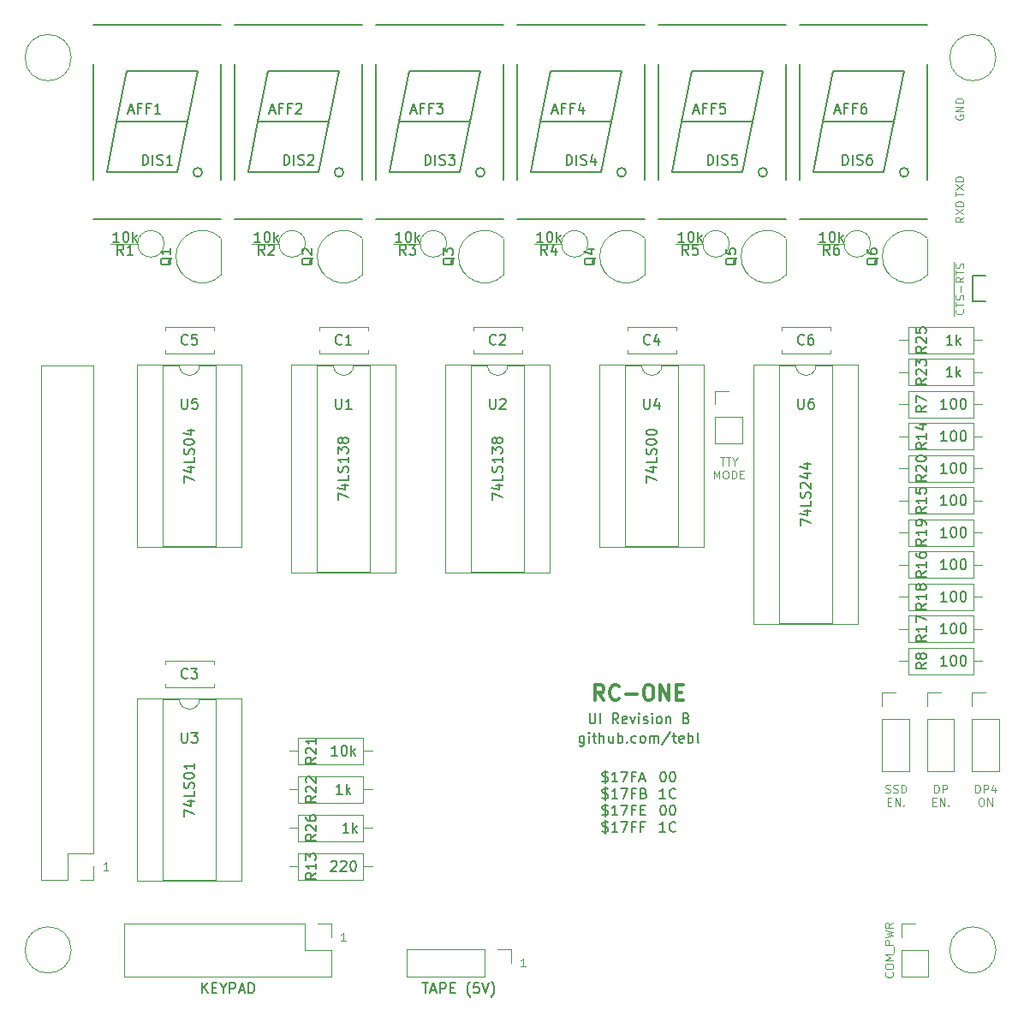
<source format=gto>
G04 #@! TF.FileFunction,Legend,Top*
%FSLAX46Y46*%
G04 Gerber Fmt 4.6, Leading zero omitted, Abs format (unit mm)*
G04 Created by KiCad (PCBNEW 4.0.7) date 10/14/19 14:53:04*
%MOMM*%
%LPD*%
G01*
G04 APERTURE LIST*
%ADD10C,0.100000*%
%ADD11C,0.150000*%
%ADD12C,0.200000*%
%ADD13C,0.300000*%
%ADD14C,0.120000*%
G04 APERTURE END LIST*
D10*
D11*
X172513809Y-111277381D02*
X172609048Y-111277381D01*
X172704286Y-111325000D01*
X172751905Y-111372619D01*
X172799524Y-111467857D01*
X172847143Y-111658333D01*
X172847143Y-111896429D01*
X172799524Y-112086905D01*
X172751905Y-112182143D01*
X172704286Y-112229762D01*
X172609048Y-112277381D01*
X172513809Y-112277381D01*
X172418571Y-112229762D01*
X172370952Y-112182143D01*
X172323333Y-112086905D01*
X172275714Y-111896429D01*
X172275714Y-111658333D01*
X172323333Y-111467857D01*
X172370952Y-111372619D01*
X172418571Y-111325000D01*
X172513809Y-111277381D01*
X173466190Y-111277381D02*
X173561429Y-111277381D01*
X173656667Y-111325000D01*
X173704286Y-111372619D01*
X173751905Y-111467857D01*
X173799524Y-111658333D01*
X173799524Y-111896429D01*
X173751905Y-112086905D01*
X173704286Y-112182143D01*
X173656667Y-112229762D01*
X173561429Y-112277381D01*
X173466190Y-112277381D01*
X173370952Y-112229762D01*
X173323333Y-112182143D01*
X173275714Y-112086905D01*
X173228095Y-111896429D01*
X173228095Y-111658333D01*
X173275714Y-111467857D01*
X173323333Y-111372619D01*
X173370952Y-111325000D01*
X173466190Y-111277381D01*
X172799524Y-113927381D02*
X172228095Y-113927381D01*
X172513809Y-113927381D02*
X172513809Y-112927381D01*
X172418571Y-113070238D01*
X172323333Y-113165476D01*
X172228095Y-113213095D01*
X173799524Y-113832143D02*
X173751905Y-113879762D01*
X173609048Y-113927381D01*
X173513810Y-113927381D01*
X173370952Y-113879762D01*
X173275714Y-113784524D01*
X173228095Y-113689286D01*
X173180476Y-113498810D01*
X173180476Y-113355952D01*
X173228095Y-113165476D01*
X173275714Y-113070238D01*
X173370952Y-112975000D01*
X173513810Y-112927381D01*
X173609048Y-112927381D01*
X173751905Y-112975000D01*
X173799524Y-113022619D01*
X172513809Y-114577381D02*
X172609048Y-114577381D01*
X172704286Y-114625000D01*
X172751905Y-114672619D01*
X172799524Y-114767857D01*
X172847143Y-114958333D01*
X172847143Y-115196429D01*
X172799524Y-115386905D01*
X172751905Y-115482143D01*
X172704286Y-115529762D01*
X172609048Y-115577381D01*
X172513809Y-115577381D01*
X172418571Y-115529762D01*
X172370952Y-115482143D01*
X172323333Y-115386905D01*
X172275714Y-115196429D01*
X172275714Y-114958333D01*
X172323333Y-114767857D01*
X172370952Y-114672619D01*
X172418571Y-114625000D01*
X172513809Y-114577381D01*
X173466190Y-114577381D02*
X173561429Y-114577381D01*
X173656667Y-114625000D01*
X173704286Y-114672619D01*
X173751905Y-114767857D01*
X173799524Y-114958333D01*
X173799524Y-115196429D01*
X173751905Y-115386905D01*
X173704286Y-115482143D01*
X173656667Y-115529762D01*
X173561429Y-115577381D01*
X173466190Y-115577381D01*
X173370952Y-115529762D01*
X173323333Y-115482143D01*
X173275714Y-115386905D01*
X173228095Y-115196429D01*
X173228095Y-114958333D01*
X173275714Y-114767857D01*
X173323333Y-114672619D01*
X173370952Y-114625000D01*
X173466190Y-114577381D01*
X172799524Y-117227381D02*
X172228095Y-117227381D01*
X172513809Y-117227381D02*
X172513809Y-116227381D01*
X172418571Y-116370238D01*
X172323333Y-116465476D01*
X172228095Y-116513095D01*
X173799524Y-117132143D02*
X173751905Y-117179762D01*
X173609048Y-117227381D01*
X173513810Y-117227381D01*
X173370952Y-117179762D01*
X173275714Y-117084524D01*
X173228095Y-116989286D01*
X173180476Y-116798810D01*
X173180476Y-116655952D01*
X173228095Y-116465476D01*
X173275714Y-116370238D01*
X173370952Y-116275000D01*
X173513810Y-116227381D01*
X173609048Y-116227381D01*
X173751905Y-116275000D01*
X173799524Y-116322619D01*
X166560476Y-112229762D02*
X166703333Y-112277381D01*
X166941429Y-112277381D01*
X167036667Y-112229762D01*
X167084286Y-112182143D01*
X167131905Y-112086905D01*
X167131905Y-111991667D01*
X167084286Y-111896429D01*
X167036667Y-111848810D01*
X166941429Y-111801190D01*
X166750952Y-111753571D01*
X166655714Y-111705952D01*
X166608095Y-111658333D01*
X166560476Y-111563095D01*
X166560476Y-111467857D01*
X166608095Y-111372619D01*
X166655714Y-111325000D01*
X166750952Y-111277381D01*
X166989048Y-111277381D01*
X167131905Y-111325000D01*
X166846190Y-111134524D02*
X166846190Y-112420238D01*
X168084286Y-112277381D02*
X167512857Y-112277381D01*
X167798571Y-112277381D02*
X167798571Y-111277381D01*
X167703333Y-111420238D01*
X167608095Y-111515476D01*
X167512857Y-111563095D01*
X168417619Y-111277381D02*
X169084286Y-111277381D01*
X168655714Y-112277381D01*
X169798572Y-111753571D02*
X169465238Y-111753571D01*
X169465238Y-112277381D02*
X169465238Y-111277381D01*
X169941429Y-111277381D01*
X170274762Y-111991667D02*
X170750953Y-111991667D01*
X170179524Y-112277381D02*
X170512857Y-111277381D01*
X170846191Y-112277381D01*
X166560476Y-113879762D02*
X166703333Y-113927381D01*
X166941429Y-113927381D01*
X167036667Y-113879762D01*
X167084286Y-113832143D01*
X167131905Y-113736905D01*
X167131905Y-113641667D01*
X167084286Y-113546429D01*
X167036667Y-113498810D01*
X166941429Y-113451190D01*
X166750952Y-113403571D01*
X166655714Y-113355952D01*
X166608095Y-113308333D01*
X166560476Y-113213095D01*
X166560476Y-113117857D01*
X166608095Y-113022619D01*
X166655714Y-112975000D01*
X166750952Y-112927381D01*
X166989048Y-112927381D01*
X167131905Y-112975000D01*
X166846190Y-112784524D02*
X166846190Y-114070238D01*
X168084286Y-113927381D02*
X167512857Y-113927381D01*
X167798571Y-113927381D02*
X167798571Y-112927381D01*
X167703333Y-113070238D01*
X167608095Y-113165476D01*
X167512857Y-113213095D01*
X168417619Y-112927381D02*
X169084286Y-112927381D01*
X168655714Y-113927381D01*
X169798572Y-113403571D02*
X169465238Y-113403571D01*
X169465238Y-113927381D02*
X169465238Y-112927381D01*
X169941429Y-112927381D01*
X170655715Y-113403571D02*
X170798572Y-113451190D01*
X170846191Y-113498810D01*
X170893810Y-113594048D01*
X170893810Y-113736905D01*
X170846191Y-113832143D01*
X170798572Y-113879762D01*
X170703334Y-113927381D01*
X170322381Y-113927381D01*
X170322381Y-112927381D01*
X170655715Y-112927381D01*
X170750953Y-112975000D01*
X170798572Y-113022619D01*
X170846191Y-113117857D01*
X170846191Y-113213095D01*
X170798572Y-113308333D01*
X170750953Y-113355952D01*
X170655715Y-113403571D01*
X170322381Y-113403571D01*
X166560476Y-115529762D02*
X166703333Y-115577381D01*
X166941429Y-115577381D01*
X167036667Y-115529762D01*
X167084286Y-115482143D01*
X167131905Y-115386905D01*
X167131905Y-115291667D01*
X167084286Y-115196429D01*
X167036667Y-115148810D01*
X166941429Y-115101190D01*
X166750952Y-115053571D01*
X166655714Y-115005952D01*
X166608095Y-114958333D01*
X166560476Y-114863095D01*
X166560476Y-114767857D01*
X166608095Y-114672619D01*
X166655714Y-114625000D01*
X166750952Y-114577381D01*
X166989048Y-114577381D01*
X167131905Y-114625000D01*
X166846190Y-114434524D02*
X166846190Y-115720238D01*
X168084286Y-115577381D02*
X167512857Y-115577381D01*
X167798571Y-115577381D02*
X167798571Y-114577381D01*
X167703333Y-114720238D01*
X167608095Y-114815476D01*
X167512857Y-114863095D01*
X168417619Y-114577381D02*
X169084286Y-114577381D01*
X168655714Y-115577381D01*
X169798572Y-115053571D02*
X169465238Y-115053571D01*
X169465238Y-115577381D02*
X169465238Y-114577381D01*
X169941429Y-114577381D01*
X170322381Y-115053571D02*
X170655715Y-115053571D01*
X170798572Y-115577381D02*
X170322381Y-115577381D01*
X170322381Y-114577381D01*
X170798572Y-114577381D01*
X166560476Y-117179762D02*
X166703333Y-117227381D01*
X166941429Y-117227381D01*
X167036667Y-117179762D01*
X167084286Y-117132143D01*
X167131905Y-117036905D01*
X167131905Y-116941667D01*
X167084286Y-116846429D01*
X167036667Y-116798810D01*
X166941429Y-116751190D01*
X166750952Y-116703571D01*
X166655714Y-116655952D01*
X166608095Y-116608333D01*
X166560476Y-116513095D01*
X166560476Y-116417857D01*
X166608095Y-116322619D01*
X166655714Y-116275000D01*
X166750952Y-116227381D01*
X166989048Y-116227381D01*
X167131905Y-116275000D01*
X166846190Y-116084524D02*
X166846190Y-117370238D01*
X168084286Y-117227381D02*
X167512857Y-117227381D01*
X167798571Y-117227381D02*
X167798571Y-116227381D01*
X167703333Y-116370238D01*
X167608095Y-116465476D01*
X167512857Y-116513095D01*
X168417619Y-116227381D02*
X169084286Y-116227381D01*
X168655714Y-117227381D01*
X169798572Y-116703571D02*
X169465238Y-116703571D01*
X169465238Y-117227381D02*
X169465238Y-116227381D01*
X169941429Y-116227381D01*
X170655715Y-116703571D02*
X170322381Y-116703571D01*
X170322381Y-117227381D02*
X170322381Y-116227381D01*
X170798572Y-116227381D01*
X164775238Y-107735714D02*
X164775238Y-108545238D01*
X164727619Y-108640476D01*
X164680000Y-108688095D01*
X164584761Y-108735714D01*
X164441904Y-108735714D01*
X164346666Y-108688095D01*
X164775238Y-108354762D02*
X164680000Y-108402381D01*
X164489523Y-108402381D01*
X164394285Y-108354762D01*
X164346666Y-108307143D01*
X164299047Y-108211905D01*
X164299047Y-107926190D01*
X164346666Y-107830952D01*
X164394285Y-107783333D01*
X164489523Y-107735714D01*
X164680000Y-107735714D01*
X164775238Y-107783333D01*
X165251428Y-108402381D02*
X165251428Y-107735714D01*
X165251428Y-107402381D02*
X165203809Y-107450000D01*
X165251428Y-107497619D01*
X165299047Y-107450000D01*
X165251428Y-107402381D01*
X165251428Y-107497619D01*
X165584761Y-107735714D02*
X165965713Y-107735714D01*
X165727618Y-107402381D02*
X165727618Y-108259524D01*
X165775237Y-108354762D01*
X165870475Y-108402381D01*
X165965713Y-108402381D01*
X166299047Y-108402381D02*
X166299047Y-107402381D01*
X166727619Y-108402381D02*
X166727619Y-107878571D01*
X166680000Y-107783333D01*
X166584762Y-107735714D01*
X166441904Y-107735714D01*
X166346666Y-107783333D01*
X166299047Y-107830952D01*
X167632381Y-107735714D02*
X167632381Y-108402381D01*
X167203809Y-107735714D02*
X167203809Y-108259524D01*
X167251428Y-108354762D01*
X167346666Y-108402381D01*
X167489524Y-108402381D01*
X167584762Y-108354762D01*
X167632381Y-108307143D01*
X168108571Y-108402381D02*
X168108571Y-107402381D01*
X168108571Y-107783333D02*
X168203809Y-107735714D01*
X168394286Y-107735714D01*
X168489524Y-107783333D01*
X168537143Y-107830952D01*
X168584762Y-107926190D01*
X168584762Y-108211905D01*
X168537143Y-108307143D01*
X168489524Y-108354762D01*
X168394286Y-108402381D01*
X168203809Y-108402381D01*
X168108571Y-108354762D01*
X169013333Y-108307143D02*
X169060952Y-108354762D01*
X169013333Y-108402381D01*
X168965714Y-108354762D01*
X169013333Y-108307143D01*
X169013333Y-108402381D01*
X169918095Y-108354762D02*
X169822857Y-108402381D01*
X169632380Y-108402381D01*
X169537142Y-108354762D01*
X169489523Y-108307143D01*
X169441904Y-108211905D01*
X169441904Y-107926190D01*
X169489523Y-107830952D01*
X169537142Y-107783333D01*
X169632380Y-107735714D01*
X169822857Y-107735714D01*
X169918095Y-107783333D01*
X170489523Y-108402381D02*
X170394285Y-108354762D01*
X170346666Y-108307143D01*
X170299047Y-108211905D01*
X170299047Y-107926190D01*
X170346666Y-107830952D01*
X170394285Y-107783333D01*
X170489523Y-107735714D01*
X170632381Y-107735714D01*
X170727619Y-107783333D01*
X170775238Y-107830952D01*
X170822857Y-107926190D01*
X170822857Y-108211905D01*
X170775238Y-108307143D01*
X170727619Y-108354762D01*
X170632381Y-108402381D01*
X170489523Y-108402381D01*
X171251428Y-108402381D02*
X171251428Y-107735714D01*
X171251428Y-107830952D02*
X171299047Y-107783333D01*
X171394285Y-107735714D01*
X171537143Y-107735714D01*
X171632381Y-107783333D01*
X171680000Y-107878571D01*
X171680000Y-108402381D01*
X171680000Y-107878571D02*
X171727619Y-107783333D01*
X171822857Y-107735714D01*
X171965714Y-107735714D01*
X172060952Y-107783333D01*
X172108571Y-107878571D01*
X172108571Y-108402381D01*
X173299047Y-107354762D02*
X172441904Y-108640476D01*
X173489523Y-107735714D02*
X173870475Y-107735714D01*
X173632380Y-107402381D02*
X173632380Y-108259524D01*
X173679999Y-108354762D01*
X173775237Y-108402381D01*
X173870475Y-108402381D01*
X174584762Y-108354762D02*
X174489524Y-108402381D01*
X174299047Y-108402381D01*
X174203809Y-108354762D01*
X174156190Y-108259524D01*
X174156190Y-107878571D01*
X174203809Y-107783333D01*
X174299047Y-107735714D01*
X174489524Y-107735714D01*
X174584762Y-107783333D01*
X174632381Y-107878571D01*
X174632381Y-107973810D01*
X174156190Y-108069048D01*
X175060952Y-108402381D02*
X175060952Y-107402381D01*
X175060952Y-107783333D02*
X175156190Y-107735714D01*
X175346667Y-107735714D01*
X175441905Y-107783333D01*
X175489524Y-107830952D01*
X175537143Y-107926190D01*
X175537143Y-108211905D01*
X175489524Y-108307143D01*
X175441905Y-108354762D01*
X175346667Y-108402381D01*
X175156190Y-108402381D01*
X175060952Y-108354762D01*
X176108571Y-108402381D02*
X176013333Y-108354762D01*
X175965714Y-108259524D01*
X175965714Y-107402381D01*
D10*
X117703572Y-121011905D02*
X117246429Y-121011905D01*
X117475000Y-121011905D02*
X117475000Y-120211905D01*
X117398810Y-120326190D01*
X117322619Y-120402381D01*
X117246429Y-120440476D01*
X158978572Y-130536905D02*
X158521429Y-130536905D01*
X158750000Y-130536905D02*
X158750000Y-129736905D01*
X158673810Y-129851190D01*
X158597619Y-129927381D01*
X158521429Y-129965476D01*
X141198572Y-127996905D02*
X140741429Y-127996905D01*
X140970000Y-127996905D02*
X140970000Y-127196905D01*
X140893810Y-127311190D01*
X140817619Y-127387381D01*
X140741429Y-127425476D01*
X178193809Y-80191905D02*
X178650952Y-80191905D01*
X178422381Y-80991905D02*
X178422381Y-80191905D01*
X178803333Y-80191905D02*
X179260476Y-80191905D01*
X179031905Y-80991905D02*
X179031905Y-80191905D01*
X179679524Y-80610952D02*
X179679524Y-80991905D01*
X179412857Y-80191905D02*
X179679524Y-80610952D01*
X179946191Y-80191905D01*
X177622381Y-82291905D02*
X177622381Y-81491905D01*
X177889048Y-82063333D01*
X178155715Y-81491905D01*
X178155715Y-82291905D01*
X178689048Y-81491905D02*
X178841429Y-81491905D01*
X178917620Y-81530000D01*
X178993810Y-81606190D01*
X179031905Y-81758571D01*
X179031905Y-82025238D01*
X178993810Y-82177619D01*
X178917620Y-82253810D01*
X178841429Y-82291905D01*
X178689048Y-82291905D01*
X178612858Y-82253810D01*
X178536667Y-82177619D01*
X178498572Y-82025238D01*
X178498572Y-81758571D01*
X178536667Y-81606190D01*
X178612858Y-81530000D01*
X178689048Y-81491905D01*
X179374762Y-82291905D02*
X179374762Y-81491905D01*
X179565238Y-81491905D01*
X179679524Y-81530000D01*
X179755715Y-81606190D01*
X179793810Y-81682381D01*
X179831905Y-81834762D01*
X179831905Y-81949048D01*
X179793810Y-82101429D01*
X179755715Y-82177619D01*
X179679524Y-82253810D01*
X179565238Y-82291905D01*
X179374762Y-82291905D01*
X180174762Y-81872857D02*
X180441429Y-81872857D01*
X180555715Y-82291905D02*
X180174762Y-82291905D01*
X180174762Y-81491905D01*
X180555715Y-81491905D01*
X194570476Y-113338810D02*
X194684762Y-113376905D01*
X194875238Y-113376905D01*
X194951428Y-113338810D01*
X194989524Y-113300714D01*
X195027619Y-113224524D01*
X195027619Y-113148333D01*
X194989524Y-113072143D01*
X194951428Y-113034048D01*
X194875238Y-112995952D01*
X194722857Y-112957857D01*
X194646666Y-112919762D01*
X194608571Y-112881667D01*
X194570476Y-112805476D01*
X194570476Y-112729286D01*
X194608571Y-112653095D01*
X194646666Y-112615000D01*
X194722857Y-112576905D01*
X194913333Y-112576905D01*
X195027619Y-112615000D01*
X195332381Y-113338810D02*
X195446667Y-113376905D01*
X195637143Y-113376905D01*
X195713333Y-113338810D01*
X195751429Y-113300714D01*
X195789524Y-113224524D01*
X195789524Y-113148333D01*
X195751429Y-113072143D01*
X195713333Y-113034048D01*
X195637143Y-112995952D01*
X195484762Y-112957857D01*
X195408571Y-112919762D01*
X195370476Y-112881667D01*
X195332381Y-112805476D01*
X195332381Y-112729286D01*
X195370476Y-112653095D01*
X195408571Y-112615000D01*
X195484762Y-112576905D01*
X195675238Y-112576905D01*
X195789524Y-112615000D01*
X196132381Y-113376905D02*
X196132381Y-112576905D01*
X196322857Y-112576905D01*
X196437143Y-112615000D01*
X196513334Y-112691190D01*
X196551429Y-112767381D01*
X196589524Y-112919762D01*
X196589524Y-113034048D01*
X196551429Y-113186429D01*
X196513334Y-113262619D01*
X196437143Y-113338810D01*
X196322857Y-113376905D01*
X196132381Y-113376905D01*
X194799048Y-114257857D02*
X195065715Y-114257857D01*
X195180001Y-114676905D02*
X194799048Y-114676905D01*
X194799048Y-113876905D01*
X195180001Y-113876905D01*
X195522858Y-114676905D02*
X195522858Y-113876905D01*
X195980001Y-114676905D01*
X195980001Y-113876905D01*
X196360953Y-114600714D02*
X196399048Y-114638810D01*
X196360953Y-114676905D01*
X196322858Y-114638810D01*
X196360953Y-114600714D01*
X196360953Y-114676905D01*
X199415476Y-113376905D02*
X199415476Y-112576905D01*
X199605952Y-112576905D01*
X199720238Y-112615000D01*
X199796429Y-112691190D01*
X199834524Y-112767381D01*
X199872619Y-112919762D01*
X199872619Y-113034048D01*
X199834524Y-113186429D01*
X199796429Y-113262619D01*
X199720238Y-113338810D01*
X199605952Y-113376905D01*
X199415476Y-113376905D01*
X200215476Y-113376905D02*
X200215476Y-112576905D01*
X200520238Y-112576905D01*
X200596429Y-112615000D01*
X200634524Y-112653095D01*
X200672619Y-112729286D01*
X200672619Y-112843571D01*
X200634524Y-112919762D01*
X200596429Y-112957857D01*
X200520238Y-112995952D01*
X200215476Y-112995952D01*
X199244048Y-114257857D02*
X199510715Y-114257857D01*
X199625001Y-114676905D02*
X199244048Y-114676905D01*
X199244048Y-113876905D01*
X199625001Y-113876905D01*
X199967858Y-114676905D02*
X199967858Y-113876905D01*
X200425001Y-114676905D01*
X200425001Y-113876905D01*
X200805953Y-114600714D02*
X200844048Y-114638810D01*
X200805953Y-114676905D01*
X200767858Y-114638810D01*
X200805953Y-114600714D01*
X200805953Y-114676905D01*
X203479524Y-113376905D02*
X203479524Y-112576905D01*
X203670000Y-112576905D01*
X203784286Y-112615000D01*
X203860477Y-112691190D01*
X203898572Y-112767381D01*
X203936667Y-112919762D01*
X203936667Y-113034048D01*
X203898572Y-113186429D01*
X203860477Y-113262619D01*
X203784286Y-113338810D01*
X203670000Y-113376905D01*
X203479524Y-113376905D01*
X204279524Y-113376905D02*
X204279524Y-112576905D01*
X204584286Y-112576905D01*
X204660477Y-112615000D01*
X204698572Y-112653095D01*
X204736667Y-112729286D01*
X204736667Y-112843571D01*
X204698572Y-112919762D01*
X204660477Y-112957857D01*
X204584286Y-112995952D01*
X204279524Y-112995952D01*
X205422381Y-112843571D02*
X205422381Y-113376905D01*
X205231905Y-112538810D02*
X205041429Y-113110238D01*
X205536667Y-113110238D01*
X203974762Y-113876905D02*
X204127143Y-113876905D01*
X204203334Y-113915000D01*
X204279524Y-113991190D01*
X204317619Y-114143571D01*
X204317619Y-114410238D01*
X204279524Y-114562619D01*
X204203334Y-114638810D01*
X204127143Y-114676905D01*
X203974762Y-114676905D01*
X203898572Y-114638810D01*
X203822381Y-114562619D01*
X203784286Y-114410238D01*
X203784286Y-114143571D01*
X203822381Y-113991190D01*
X203898572Y-113915000D01*
X203974762Y-113876905D01*
X204660476Y-114676905D02*
X204660476Y-113876905D01*
X205117619Y-114676905D01*
X205117619Y-113876905D01*
X202215714Y-65519048D02*
X202253810Y-65557143D01*
X202291905Y-65671429D01*
X202291905Y-65747619D01*
X202253810Y-65861905D01*
X202177619Y-65938096D01*
X202101429Y-65976191D01*
X201949048Y-66014286D01*
X201834762Y-66014286D01*
X201682381Y-65976191D01*
X201606190Y-65938096D01*
X201530000Y-65861905D01*
X201491905Y-65747619D01*
X201491905Y-65671429D01*
X201530000Y-65557143D01*
X201568095Y-65519048D01*
X201491905Y-65290477D02*
X201491905Y-64833334D01*
X202291905Y-65061905D02*
X201491905Y-65061905D01*
X202253810Y-64604762D02*
X202291905Y-64490476D01*
X202291905Y-64300000D01*
X202253810Y-64223810D01*
X202215714Y-64185714D01*
X202139524Y-64147619D01*
X202063333Y-64147619D01*
X201987143Y-64185714D01*
X201949048Y-64223810D01*
X201910952Y-64300000D01*
X201872857Y-64452381D01*
X201834762Y-64528572D01*
X201796667Y-64566667D01*
X201720476Y-64604762D01*
X201644286Y-64604762D01*
X201568095Y-64566667D01*
X201530000Y-64528572D01*
X201491905Y-64452381D01*
X201491905Y-64261905D01*
X201530000Y-64147619D01*
X201987143Y-63804762D02*
X201987143Y-63195238D01*
X202291905Y-62357143D02*
X201910952Y-62623810D01*
X202291905Y-62814286D02*
X201491905Y-62814286D01*
X201491905Y-62509524D01*
X201530000Y-62433333D01*
X201568095Y-62395238D01*
X201644286Y-62357143D01*
X201758571Y-62357143D01*
X201834762Y-62395238D01*
X201872857Y-62433333D01*
X201910952Y-62509524D01*
X201910952Y-62814286D01*
X201491905Y-62128572D02*
X201491905Y-61671429D01*
X202291905Y-61900000D02*
X201491905Y-61900000D01*
X202253810Y-61442857D02*
X202291905Y-61328571D01*
X202291905Y-61138095D01*
X202253810Y-61061905D01*
X202215714Y-61023809D01*
X202139524Y-60985714D01*
X202063333Y-60985714D01*
X201987143Y-61023809D01*
X201949048Y-61061905D01*
X201910952Y-61138095D01*
X201872857Y-61290476D01*
X201834762Y-61366667D01*
X201796667Y-61404762D01*
X201720476Y-61442857D01*
X201644286Y-61442857D01*
X201568095Y-61404762D01*
X201530000Y-61366667D01*
X201491905Y-61290476D01*
X201491905Y-61100000D01*
X201530000Y-60985714D01*
X201354000Y-66166667D02*
X201354000Y-60833333D01*
D12*
X203200000Y-64770000D02*
X204470000Y-64770000D01*
X203200000Y-62230000D02*
X203200000Y-64770000D01*
X204470000Y-62230000D02*
X203200000Y-62230000D01*
D10*
X202291905Y-56413333D02*
X201910952Y-56680000D01*
X202291905Y-56870476D02*
X201491905Y-56870476D01*
X201491905Y-56565714D01*
X201530000Y-56489523D01*
X201568095Y-56451428D01*
X201644286Y-56413333D01*
X201758571Y-56413333D01*
X201834762Y-56451428D01*
X201872857Y-56489523D01*
X201910952Y-56565714D01*
X201910952Y-56870476D01*
X201491905Y-56146666D02*
X202291905Y-55613333D01*
X201491905Y-55613333D02*
X202291905Y-56146666D01*
X202291905Y-55308571D02*
X201491905Y-55308571D01*
X201491905Y-55118095D01*
X201530000Y-55003809D01*
X201606190Y-54927618D01*
X201682381Y-54889523D01*
X201834762Y-54851428D01*
X201949048Y-54851428D01*
X202101429Y-54889523D01*
X202177619Y-54927618D01*
X202253810Y-55003809D01*
X202291905Y-55118095D01*
X202291905Y-55308571D01*
X201491905Y-54349524D02*
X201491905Y-53892381D01*
X202291905Y-54120952D02*
X201491905Y-54120952D01*
X201491905Y-53701904D02*
X202291905Y-53168571D01*
X201491905Y-53168571D02*
X202291905Y-53701904D01*
X202291905Y-52863809D02*
X201491905Y-52863809D01*
X201491905Y-52673333D01*
X201530000Y-52559047D01*
X201606190Y-52482856D01*
X201682381Y-52444761D01*
X201834762Y-52406666D01*
X201949048Y-52406666D01*
X202101429Y-52444761D01*
X202177619Y-52482856D01*
X202253810Y-52559047D01*
X202291905Y-52673333D01*
X202291905Y-52863809D01*
X201530000Y-46329523D02*
X201491905Y-46405714D01*
X201491905Y-46519999D01*
X201530000Y-46634285D01*
X201606190Y-46710476D01*
X201682381Y-46748571D01*
X201834762Y-46786666D01*
X201949048Y-46786666D01*
X202101429Y-46748571D01*
X202177619Y-46710476D01*
X202253810Y-46634285D01*
X202291905Y-46519999D01*
X202291905Y-46443809D01*
X202253810Y-46329523D01*
X202215714Y-46291428D01*
X201949048Y-46291428D01*
X201949048Y-46443809D01*
X202291905Y-45948571D02*
X201491905Y-45948571D01*
X202291905Y-45491428D01*
X201491905Y-45491428D01*
X202291905Y-45110476D02*
X201491905Y-45110476D01*
X201491905Y-44920000D01*
X201530000Y-44805714D01*
X201606190Y-44729523D01*
X201682381Y-44691428D01*
X201834762Y-44653333D01*
X201949048Y-44653333D01*
X202101429Y-44691428D01*
X202177619Y-44729523D01*
X202253810Y-44805714D01*
X202291905Y-44920000D01*
X202291905Y-45110476D01*
D11*
X148780952Y-132167381D02*
X149352381Y-132167381D01*
X149066666Y-133167381D02*
X149066666Y-132167381D01*
X149638095Y-132881667D02*
X150114286Y-132881667D01*
X149542857Y-133167381D02*
X149876190Y-132167381D01*
X150209524Y-133167381D01*
X150542857Y-133167381D02*
X150542857Y-132167381D01*
X150923810Y-132167381D01*
X151019048Y-132215000D01*
X151066667Y-132262619D01*
X151114286Y-132357857D01*
X151114286Y-132500714D01*
X151066667Y-132595952D01*
X151019048Y-132643571D01*
X150923810Y-132691190D01*
X150542857Y-132691190D01*
X151542857Y-132643571D02*
X151876191Y-132643571D01*
X152019048Y-133167381D02*
X151542857Y-133167381D01*
X151542857Y-132167381D01*
X152019048Y-132167381D01*
X153495239Y-133548333D02*
X153447619Y-133500714D01*
X153352381Y-133357857D01*
X153304762Y-133262619D01*
X153257143Y-133119762D01*
X153209524Y-132881667D01*
X153209524Y-132691190D01*
X153257143Y-132453095D01*
X153304762Y-132310238D01*
X153352381Y-132215000D01*
X153447619Y-132072143D01*
X153495239Y-132024524D01*
X154352382Y-132167381D02*
X153876191Y-132167381D01*
X153828572Y-132643571D01*
X153876191Y-132595952D01*
X153971429Y-132548333D01*
X154209525Y-132548333D01*
X154304763Y-132595952D01*
X154352382Y-132643571D01*
X154400001Y-132738810D01*
X154400001Y-132976905D01*
X154352382Y-133072143D01*
X154304763Y-133119762D01*
X154209525Y-133167381D01*
X153971429Y-133167381D01*
X153876191Y-133119762D01*
X153828572Y-133072143D01*
X154685715Y-132167381D02*
X155019048Y-133167381D01*
X155352382Y-132167381D01*
X155590477Y-133548333D02*
X155638096Y-133500714D01*
X155733334Y-133357857D01*
X155780953Y-133262619D01*
X155828572Y-133119762D01*
X155876191Y-132881667D01*
X155876191Y-132691190D01*
X155828572Y-132453095D01*
X155780953Y-132310238D01*
X155733334Y-132215000D01*
X155638096Y-132072143D01*
X155590477Y-132024524D01*
X165299048Y-105497381D02*
X165299048Y-106306905D01*
X165346667Y-106402143D01*
X165394286Y-106449762D01*
X165489524Y-106497381D01*
X165680001Y-106497381D01*
X165775239Y-106449762D01*
X165822858Y-106402143D01*
X165870477Y-106306905D01*
X165870477Y-105497381D01*
X166346667Y-106497381D02*
X166346667Y-105497381D01*
X168156191Y-106497381D02*
X167822857Y-106021190D01*
X167584762Y-106497381D02*
X167584762Y-105497381D01*
X167965715Y-105497381D01*
X168060953Y-105545000D01*
X168108572Y-105592619D01*
X168156191Y-105687857D01*
X168156191Y-105830714D01*
X168108572Y-105925952D01*
X168060953Y-105973571D01*
X167965715Y-106021190D01*
X167584762Y-106021190D01*
X168965715Y-106449762D02*
X168870477Y-106497381D01*
X168680000Y-106497381D01*
X168584762Y-106449762D01*
X168537143Y-106354524D01*
X168537143Y-105973571D01*
X168584762Y-105878333D01*
X168680000Y-105830714D01*
X168870477Y-105830714D01*
X168965715Y-105878333D01*
X169013334Y-105973571D01*
X169013334Y-106068810D01*
X168537143Y-106164048D01*
X169346667Y-105830714D02*
X169584762Y-106497381D01*
X169822858Y-105830714D01*
X170203810Y-106497381D02*
X170203810Y-105830714D01*
X170203810Y-105497381D02*
X170156191Y-105545000D01*
X170203810Y-105592619D01*
X170251429Y-105545000D01*
X170203810Y-105497381D01*
X170203810Y-105592619D01*
X170632381Y-106449762D02*
X170727619Y-106497381D01*
X170918095Y-106497381D01*
X171013334Y-106449762D01*
X171060953Y-106354524D01*
X171060953Y-106306905D01*
X171013334Y-106211667D01*
X170918095Y-106164048D01*
X170775238Y-106164048D01*
X170680000Y-106116429D01*
X170632381Y-106021190D01*
X170632381Y-105973571D01*
X170680000Y-105878333D01*
X170775238Y-105830714D01*
X170918095Y-105830714D01*
X171013334Y-105878333D01*
X171489524Y-106497381D02*
X171489524Y-105830714D01*
X171489524Y-105497381D02*
X171441905Y-105545000D01*
X171489524Y-105592619D01*
X171537143Y-105545000D01*
X171489524Y-105497381D01*
X171489524Y-105592619D01*
X172108571Y-106497381D02*
X172013333Y-106449762D01*
X171965714Y-106402143D01*
X171918095Y-106306905D01*
X171918095Y-106021190D01*
X171965714Y-105925952D01*
X172013333Y-105878333D01*
X172108571Y-105830714D01*
X172251429Y-105830714D01*
X172346667Y-105878333D01*
X172394286Y-105925952D01*
X172441905Y-106021190D01*
X172441905Y-106306905D01*
X172394286Y-106402143D01*
X172346667Y-106449762D01*
X172251429Y-106497381D01*
X172108571Y-106497381D01*
X172870476Y-105830714D02*
X172870476Y-106497381D01*
X172870476Y-105925952D02*
X172918095Y-105878333D01*
X173013333Y-105830714D01*
X173156191Y-105830714D01*
X173251429Y-105878333D01*
X173299048Y-105973571D01*
X173299048Y-106497381D01*
X174870477Y-105973571D02*
X175013334Y-106021190D01*
X175060953Y-106068810D01*
X175108572Y-106164048D01*
X175108572Y-106306905D01*
X175060953Y-106402143D01*
X175013334Y-106449762D01*
X174918096Y-106497381D01*
X174537143Y-106497381D01*
X174537143Y-105497381D01*
X174870477Y-105497381D01*
X174965715Y-105545000D01*
X175013334Y-105592619D01*
X175060953Y-105687857D01*
X175060953Y-105783095D01*
X175013334Y-105878333D01*
X174965715Y-105925952D01*
X174870477Y-105973571D01*
X174537143Y-105973571D01*
D13*
X166715714Y-104183571D02*
X166215714Y-103469286D01*
X165858571Y-104183571D02*
X165858571Y-102683571D01*
X166429999Y-102683571D01*
X166572857Y-102755000D01*
X166644285Y-102826429D01*
X166715714Y-102969286D01*
X166715714Y-103183571D01*
X166644285Y-103326429D01*
X166572857Y-103397857D01*
X166429999Y-103469286D01*
X165858571Y-103469286D01*
X168215714Y-104040714D02*
X168144285Y-104112143D01*
X167929999Y-104183571D01*
X167787142Y-104183571D01*
X167572857Y-104112143D01*
X167429999Y-103969286D01*
X167358571Y-103826429D01*
X167287142Y-103540714D01*
X167287142Y-103326429D01*
X167358571Y-103040714D01*
X167429999Y-102897857D01*
X167572857Y-102755000D01*
X167787142Y-102683571D01*
X167929999Y-102683571D01*
X168144285Y-102755000D01*
X168215714Y-102826429D01*
X168858571Y-103612143D02*
X170001428Y-103612143D01*
X171001428Y-102683571D02*
X171287142Y-102683571D01*
X171430000Y-102755000D01*
X171572857Y-102897857D01*
X171644285Y-103183571D01*
X171644285Y-103683571D01*
X171572857Y-103969286D01*
X171430000Y-104112143D01*
X171287142Y-104183571D01*
X171001428Y-104183571D01*
X170858571Y-104112143D01*
X170715714Y-103969286D01*
X170644285Y-103683571D01*
X170644285Y-103183571D01*
X170715714Y-102897857D01*
X170858571Y-102755000D01*
X171001428Y-102683571D01*
X172287143Y-104183571D02*
X172287143Y-102683571D01*
X173144286Y-104183571D01*
X173144286Y-102683571D01*
X173858572Y-103397857D02*
X174358572Y-103397857D01*
X174572858Y-104183571D02*
X173858572Y-104183571D01*
X173858572Y-102683571D01*
X174572858Y-102683571D01*
D14*
X119320000Y-126305000D02*
X119320000Y-131505000D01*
X137160000Y-126305000D02*
X119320000Y-126305000D01*
X139760000Y-131505000D02*
X119320000Y-131505000D01*
X137160000Y-126305000D02*
X137160000Y-128905000D01*
X137160000Y-128905000D02*
X139760000Y-128905000D01*
X139760000Y-128905000D02*
X139760000Y-131505000D01*
X138430000Y-126305000D02*
X139760000Y-126305000D01*
X139760000Y-126305000D02*
X139760000Y-127635000D01*
X196815000Y-73620000D02*
X196815000Y-76240000D01*
X196815000Y-76240000D02*
X203235000Y-76240000D01*
X203235000Y-76240000D02*
X203235000Y-73620000D01*
X203235000Y-73620000D02*
X196815000Y-73620000D01*
X195925000Y-74930000D02*
X196815000Y-74930000D01*
X204125000Y-74930000D02*
X203235000Y-74930000D01*
X142820000Y-62125000D02*
X142820000Y-58525000D01*
X142808478Y-62163478D02*
G75*
G02X138370000Y-60325000I-1838478J1838478D01*
G01*
X142808478Y-58486522D02*
G75*
G03X138370000Y-60325000I-1838478J-1838478D01*
G01*
X196815000Y-76795000D02*
X196815000Y-79415000D01*
X196815000Y-79415000D02*
X203235000Y-79415000D01*
X203235000Y-79415000D02*
X203235000Y-76795000D01*
X203235000Y-76795000D02*
X196815000Y-76795000D01*
X195925000Y-78105000D02*
X196815000Y-78105000D01*
X204125000Y-78105000D02*
X203235000Y-78105000D01*
X128850000Y-62125000D02*
X128850000Y-58525000D01*
X128838478Y-62163478D02*
G75*
G02X124400000Y-60325000I-1838478J1838478D01*
G01*
X128838478Y-58486522D02*
G75*
G03X124400000Y-60325000I-1838478J-1838478D01*
G01*
X156790000Y-62125000D02*
X156790000Y-58525000D01*
X156778478Y-62163478D02*
G75*
G02X152340000Y-60325000I-1838478J1838478D01*
G01*
X156778478Y-58486522D02*
G75*
G03X152340000Y-60325000I-1838478J-1838478D01*
G01*
X170760000Y-62125000D02*
X170760000Y-58525000D01*
X170748478Y-62163478D02*
G75*
G02X166310000Y-60325000I-1838478J1838478D01*
G01*
X170748478Y-58486522D02*
G75*
G03X166310000Y-60325000I-1838478J-1838478D01*
G01*
X184730000Y-62125000D02*
X184730000Y-58525000D01*
X184718478Y-62163478D02*
G75*
G02X180280000Y-60325000I-1838478J1838478D01*
G01*
X184718478Y-58486522D02*
G75*
G03X180280000Y-60325000I-1838478J-1838478D01*
G01*
X198700000Y-62125000D02*
X198700000Y-58525000D01*
X198688478Y-62163478D02*
G75*
G02X194250000Y-60325000I-1838478J1838478D01*
G01*
X198688478Y-58486522D02*
G75*
G03X194250000Y-60325000I-1838478J-1838478D01*
G01*
D11*
X127002214Y-51990000D02*
G75*
G03X127002214Y-51990000I-447214J0D01*
G01*
X119555000Y-41990000D02*
X118555000Y-46990000D01*
X118555000Y-46990000D02*
X117555000Y-51990000D01*
X117555000Y-51990000D02*
X124555000Y-51990000D01*
X124555000Y-51990000D02*
X125555000Y-46990000D01*
X126555000Y-41990000D02*
X125555000Y-46990000D01*
X125555000Y-46990000D02*
X118555000Y-46990000D01*
X119555000Y-41990000D02*
X126555000Y-41990000D01*
X128855000Y-56590000D02*
X116255000Y-56590000D01*
X116255000Y-41290000D02*
X116255000Y-52690000D01*
X128855000Y-41290000D02*
X128855000Y-52690000D01*
X116255000Y-37390000D02*
X128855000Y-37390000D01*
X140972214Y-51990000D02*
G75*
G03X140972214Y-51990000I-447214J0D01*
G01*
X133525000Y-41990000D02*
X132525000Y-46990000D01*
X132525000Y-46990000D02*
X131525000Y-51990000D01*
X131525000Y-51990000D02*
X138525000Y-51990000D01*
X138525000Y-51990000D02*
X139525000Y-46990000D01*
X140525000Y-41990000D02*
X139525000Y-46990000D01*
X139525000Y-46990000D02*
X132525000Y-46990000D01*
X133525000Y-41990000D02*
X140525000Y-41990000D01*
X142825000Y-56590000D02*
X130225000Y-56590000D01*
X130225000Y-41290000D02*
X130225000Y-52690000D01*
X142825000Y-41290000D02*
X142825000Y-52690000D01*
X130225000Y-37390000D02*
X142825000Y-37390000D01*
X154942214Y-51990000D02*
G75*
G03X154942214Y-51990000I-447214J0D01*
G01*
X147495000Y-41990000D02*
X146495000Y-46990000D01*
X146495000Y-46990000D02*
X145495000Y-51990000D01*
X145495000Y-51990000D02*
X152495000Y-51990000D01*
X152495000Y-51990000D02*
X153495000Y-46990000D01*
X154495000Y-41990000D02*
X153495000Y-46990000D01*
X153495000Y-46990000D02*
X146495000Y-46990000D01*
X147495000Y-41990000D02*
X154495000Y-41990000D01*
X156795000Y-56590000D02*
X144195000Y-56590000D01*
X144195000Y-41290000D02*
X144195000Y-52690000D01*
X156795000Y-41290000D02*
X156795000Y-52690000D01*
X144195000Y-37390000D02*
X156795000Y-37390000D01*
X168912214Y-51990000D02*
G75*
G03X168912214Y-51990000I-447214J0D01*
G01*
X161465000Y-41990000D02*
X160465000Y-46990000D01*
X160465000Y-46990000D02*
X159465000Y-51990000D01*
X159465000Y-51990000D02*
X166465000Y-51990000D01*
X166465000Y-51990000D02*
X167465000Y-46990000D01*
X168465000Y-41990000D02*
X167465000Y-46990000D01*
X167465000Y-46990000D02*
X160465000Y-46990000D01*
X161465000Y-41990000D02*
X168465000Y-41990000D01*
X170765000Y-56590000D02*
X158165000Y-56590000D01*
X158165000Y-41290000D02*
X158165000Y-52690000D01*
X170765000Y-41290000D02*
X170765000Y-52690000D01*
X158165000Y-37390000D02*
X170765000Y-37390000D01*
X182882214Y-51990000D02*
G75*
G03X182882214Y-51990000I-447214J0D01*
G01*
X175435000Y-41990000D02*
X174435000Y-46990000D01*
X174435000Y-46990000D02*
X173435000Y-51990000D01*
X173435000Y-51990000D02*
X180435000Y-51990000D01*
X180435000Y-51990000D02*
X181435000Y-46990000D01*
X182435000Y-41990000D02*
X181435000Y-46990000D01*
X181435000Y-46990000D02*
X174435000Y-46990000D01*
X175435000Y-41990000D02*
X182435000Y-41990000D01*
X184735000Y-56590000D02*
X172135000Y-56590000D01*
X172135000Y-41290000D02*
X172135000Y-52690000D01*
X184735000Y-41290000D02*
X184735000Y-52690000D01*
X172135000Y-37390000D02*
X184735000Y-37390000D01*
X196852214Y-51990000D02*
G75*
G03X196852214Y-51990000I-447214J0D01*
G01*
X189405000Y-41990000D02*
X188405000Y-46990000D01*
X188405000Y-46990000D02*
X187405000Y-51990000D01*
X187405000Y-51990000D02*
X194405000Y-51990000D01*
X194405000Y-51990000D02*
X195405000Y-46990000D01*
X196405000Y-41990000D02*
X195405000Y-46990000D01*
X195405000Y-46990000D02*
X188405000Y-46990000D01*
X189405000Y-41990000D02*
X196405000Y-41990000D01*
X198705000Y-56590000D02*
X186105000Y-56590000D01*
X186105000Y-41290000D02*
X186105000Y-52690000D01*
X198705000Y-41290000D02*
X198705000Y-52690000D01*
X186105000Y-37390000D02*
X198705000Y-37390000D01*
D14*
X116265000Y-71060000D02*
X111065000Y-71060000D01*
X116265000Y-119380000D02*
X116265000Y-71060000D01*
X111065000Y-121980000D02*
X111065000Y-71060000D01*
X116265000Y-119380000D02*
X113665000Y-119380000D01*
X113665000Y-119380000D02*
X113665000Y-121980000D01*
X113665000Y-121980000D02*
X111065000Y-121980000D01*
X116265000Y-120650000D02*
X116265000Y-121980000D01*
X116265000Y-121980000D02*
X114935000Y-121980000D01*
X114046000Y-128905000D02*
G75*
G03X114046000Y-128905000I-2286000J0D01*
G01*
X205486000Y-128905000D02*
G75*
G03X205486000Y-128905000I-2286000J0D01*
G01*
X205486000Y-40640000D02*
G75*
G03X205486000Y-40640000I-2286000J0D01*
G01*
X114046000Y-40640000D02*
G75*
G03X114046000Y-40640000I-2286000J0D01*
G01*
X141970000Y-71060000D02*
G75*
G02X139970000Y-71060000I-1000000J0D01*
G01*
X139970000Y-71060000D02*
X138320000Y-71060000D01*
X138320000Y-71060000D02*
X138320000Y-91500000D01*
X138320000Y-91500000D02*
X143620000Y-91500000D01*
X143620000Y-91500000D02*
X143620000Y-71060000D01*
X143620000Y-71060000D02*
X141970000Y-71060000D01*
X135830000Y-71000000D02*
X135830000Y-91560000D01*
X135830000Y-91560000D02*
X146110000Y-91560000D01*
X146110000Y-91560000D02*
X146110000Y-71000000D01*
X146110000Y-71000000D02*
X135830000Y-71000000D01*
X126730000Y-104080000D02*
G75*
G02X124730000Y-104080000I-1000000J0D01*
G01*
X124730000Y-104080000D02*
X123080000Y-104080000D01*
X123080000Y-104080000D02*
X123080000Y-121980000D01*
X123080000Y-121980000D02*
X128380000Y-121980000D01*
X128380000Y-121980000D02*
X128380000Y-104080000D01*
X128380000Y-104080000D02*
X126730000Y-104080000D01*
X120590000Y-104020000D02*
X120590000Y-122040000D01*
X120590000Y-122040000D02*
X130870000Y-122040000D01*
X130870000Y-122040000D02*
X130870000Y-104020000D01*
X130870000Y-104020000D02*
X120590000Y-104020000D01*
X123230000Y-59055000D02*
G75*
G03X123230000Y-59055000I-1310000J0D01*
G01*
X120610000Y-59055000D02*
X117940000Y-59055000D01*
X137200000Y-59055000D02*
G75*
G03X137200000Y-59055000I-1310000J0D01*
G01*
X134580000Y-59055000D02*
X131910000Y-59055000D01*
X151170000Y-59055000D02*
G75*
G03X151170000Y-59055000I-1310000J0D01*
G01*
X148550000Y-59055000D02*
X145880000Y-59055000D01*
X165140000Y-59055000D02*
G75*
G03X165140000Y-59055000I-1310000J0D01*
G01*
X162520000Y-59055000D02*
X159850000Y-59055000D01*
X179110000Y-59055000D02*
G75*
G03X179110000Y-59055000I-1310000J0D01*
G01*
X176490000Y-59055000D02*
X173820000Y-59055000D01*
X193080000Y-59055000D02*
G75*
G03X193080000Y-59055000I-1310000J0D01*
G01*
X190460000Y-59055000D02*
X187790000Y-59055000D01*
X143420000Y-69890000D02*
X138600000Y-69890000D01*
X143420000Y-67270000D02*
X138600000Y-67270000D01*
X143420000Y-69890000D02*
X143420000Y-69576000D01*
X143420000Y-67584000D02*
X143420000Y-67270000D01*
X138600000Y-69890000D02*
X138600000Y-69576000D01*
X138600000Y-67584000D02*
X138600000Y-67270000D01*
X158660000Y-69890000D02*
X153840000Y-69890000D01*
X158660000Y-67270000D02*
X153840000Y-67270000D01*
X158660000Y-69890000D02*
X158660000Y-69576000D01*
X158660000Y-67584000D02*
X158660000Y-67270000D01*
X153840000Y-69890000D02*
X153840000Y-69576000D01*
X153840000Y-67584000D02*
X153840000Y-67270000D01*
X128180000Y-102910000D02*
X123360000Y-102910000D01*
X128180000Y-100290000D02*
X123360000Y-100290000D01*
X128180000Y-102910000D02*
X128180000Y-102596000D01*
X128180000Y-100604000D02*
X128180000Y-100290000D01*
X123360000Y-102910000D02*
X123360000Y-102596000D01*
X123360000Y-100604000D02*
X123360000Y-100290000D01*
X173900000Y-69890000D02*
X169080000Y-69890000D01*
X173900000Y-67270000D02*
X169080000Y-67270000D01*
X173900000Y-69890000D02*
X173900000Y-69576000D01*
X173900000Y-67584000D02*
X173900000Y-67270000D01*
X169080000Y-69890000D02*
X169080000Y-69576000D01*
X169080000Y-67584000D02*
X169080000Y-67270000D01*
X196155000Y-131505000D02*
X198815000Y-131505000D01*
X196155000Y-128905000D02*
X196155000Y-131505000D01*
X198815000Y-128905000D02*
X198815000Y-131505000D01*
X196155000Y-128905000D02*
X198815000Y-128905000D01*
X196155000Y-127635000D02*
X196155000Y-126305000D01*
X196155000Y-126305000D02*
X197485000Y-126305000D01*
X177740000Y-78800000D02*
X180400000Y-78800000D01*
X177740000Y-76200000D02*
X177740000Y-78800000D01*
X180400000Y-76200000D02*
X180400000Y-78800000D01*
X177740000Y-76200000D02*
X180400000Y-76200000D01*
X177740000Y-74930000D02*
X177740000Y-73600000D01*
X177740000Y-73600000D02*
X179070000Y-73600000D01*
X172450000Y-71060000D02*
G75*
G02X170450000Y-71060000I-1000000J0D01*
G01*
X170450000Y-71060000D02*
X168800000Y-71060000D01*
X168800000Y-71060000D02*
X168800000Y-88960000D01*
X168800000Y-88960000D02*
X174100000Y-88960000D01*
X174100000Y-88960000D02*
X174100000Y-71060000D01*
X174100000Y-71060000D02*
X172450000Y-71060000D01*
X166310000Y-71000000D02*
X166310000Y-89020000D01*
X166310000Y-89020000D02*
X176590000Y-89020000D01*
X176590000Y-89020000D02*
X176590000Y-71000000D01*
X176590000Y-71000000D02*
X166310000Y-71000000D01*
X136490000Y-111720000D02*
X136490000Y-114340000D01*
X136490000Y-114340000D02*
X142910000Y-114340000D01*
X142910000Y-114340000D02*
X142910000Y-111720000D01*
X142910000Y-111720000D02*
X136490000Y-111720000D01*
X135600000Y-113030000D02*
X136490000Y-113030000D01*
X143800000Y-113030000D02*
X142910000Y-113030000D01*
X196815000Y-70445000D02*
X196815000Y-73065000D01*
X196815000Y-73065000D02*
X203235000Y-73065000D01*
X203235000Y-73065000D02*
X203235000Y-70445000D01*
X203235000Y-70445000D02*
X196815000Y-70445000D01*
X195925000Y-71755000D02*
X196815000Y-71755000D01*
X204125000Y-71755000D02*
X203235000Y-71755000D01*
X196815000Y-67270000D02*
X196815000Y-69890000D01*
X196815000Y-69890000D02*
X203235000Y-69890000D01*
X203235000Y-69890000D02*
X203235000Y-67270000D01*
X203235000Y-67270000D02*
X196815000Y-67270000D01*
X195925000Y-68580000D02*
X196815000Y-68580000D01*
X204125000Y-68580000D02*
X203235000Y-68580000D01*
X142910000Y-118150000D02*
X142910000Y-115530000D01*
X142910000Y-115530000D02*
X136490000Y-115530000D01*
X136490000Y-115530000D02*
X136490000Y-118150000D01*
X136490000Y-118150000D02*
X142910000Y-118150000D01*
X143800000Y-116840000D02*
X142910000Y-116840000D01*
X135600000Y-116840000D02*
X136490000Y-116840000D01*
X196815000Y-83145000D02*
X196815000Y-85765000D01*
X196815000Y-85765000D02*
X203235000Y-85765000D01*
X203235000Y-85765000D02*
X203235000Y-83145000D01*
X203235000Y-83145000D02*
X196815000Y-83145000D01*
X195925000Y-84455000D02*
X196815000Y-84455000D01*
X204125000Y-84455000D02*
X203235000Y-84455000D01*
X196815000Y-89495000D02*
X196815000Y-92115000D01*
X196815000Y-92115000D02*
X203235000Y-92115000D01*
X203235000Y-92115000D02*
X203235000Y-89495000D01*
X203235000Y-89495000D02*
X196815000Y-89495000D01*
X195925000Y-90805000D02*
X196815000Y-90805000D01*
X204125000Y-90805000D02*
X203235000Y-90805000D01*
X196815000Y-95845000D02*
X196815000Y-98465000D01*
X196815000Y-98465000D02*
X203235000Y-98465000D01*
X203235000Y-98465000D02*
X203235000Y-95845000D01*
X203235000Y-95845000D02*
X196815000Y-95845000D01*
X195925000Y-97155000D02*
X196815000Y-97155000D01*
X204125000Y-97155000D02*
X203235000Y-97155000D01*
X196815000Y-92670000D02*
X196815000Y-95290000D01*
X196815000Y-95290000D02*
X203235000Y-95290000D01*
X203235000Y-95290000D02*
X203235000Y-92670000D01*
X203235000Y-92670000D02*
X196815000Y-92670000D01*
X195925000Y-93980000D02*
X196815000Y-93980000D01*
X204125000Y-93980000D02*
X203235000Y-93980000D01*
X196815000Y-86320000D02*
X196815000Y-88940000D01*
X196815000Y-88940000D02*
X203235000Y-88940000D01*
X203235000Y-88940000D02*
X203235000Y-86320000D01*
X203235000Y-86320000D02*
X196815000Y-86320000D01*
X195925000Y-87630000D02*
X196815000Y-87630000D01*
X204125000Y-87630000D02*
X203235000Y-87630000D01*
X196815000Y-79970000D02*
X196815000Y-82590000D01*
X196815000Y-82590000D02*
X203235000Y-82590000D01*
X203235000Y-82590000D02*
X203235000Y-79970000D01*
X203235000Y-79970000D02*
X196815000Y-79970000D01*
X195925000Y-81280000D02*
X196815000Y-81280000D01*
X204125000Y-81280000D02*
X203235000Y-81280000D01*
X136490000Y-107910000D02*
X136490000Y-110530000D01*
X136490000Y-110530000D02*
X142910000Y-110530000D01*
X142910000Y-110530000D02*
X142910000Y-107910000D01*
X142910000Y-107910000D02*
X136490000Y-107910000D01*
X135600000Y-109220000D02*
X136490000Y-109220000D01*
X143800000Y-109220000D02*
X142910000Y-109220000D01*
X142910000Y-121960000D02*
X142910000Y-119340000D01*
X142910000Y-119340000D02*
X136490000Y-119340000D01*
X136490000Y-119340000D02*
X136490000Y-121960000D01*
X136490000Y-121960000D02*
X142910000Y-121960000D01*
X143800000Y-120650000D02*
X142910000Y-120650000D01*
X135600000Y-120650000D02*
X136490000Y-120650000D01*
X128180000Y-69890000D02*
X123360000Y-69890000D01*
X128180000Y-67270000D02*
X123360000Y-67270000D01*
X128180000Y-69890000D02*
X128180000Y-69576000D01*
X128180000Y-67584000D02*
X128180000Y-67270000D01*
X123360000Y-69890000D02*
X123360000Y-69576000D01*
X123360000Y-67584000D02*
X123360000Y-67270000D01*
X189140000Y-69890000D02*
X184320000Y-69890000D01*
X189140000Y-67270000D02*
X184320000Y-67270000D01*
X189140000Y-69890000D02*
X189140000Y-69576000D01*
X189140000Y-67584000D02*
X189140000Y-67270000D01*
X184320000Y-69890000D02*
X184320000Y-69576000D01*
X184320000Y-67584000D02*
X184320000Y-67270000D01*
X147260000Y-128845000D02*
X147260000Y-131505000D01*
X154940000Y-128845000D02*
X147260000Y-128845000D01*
X154940000Y-131505000D02*
X147260000Y-131505000D01*
X154940000Y-128845000D02*
X154940000Y-131505000D01*
X156210000Y-128845000D02*
X157540000Y-128845000D01*
X157540000Y-128845000D02*
X157540000Y-130175000D01*
X198695000Y-111185000D02*
X201355000Y-111185000D01*
X198695000Y-106045000D02*
X198695000Y-111185000D01*
X201355000Y-106045000D02*
X201355000Y-111185000D01*
X198695000Y-106045000D02*
X201355000Y-106045000D01*
X198695000Y-104775000D02*
X198695000Y-103445000D01*
X198695000Y-103445000D02*
X200025000Y-103445000D01*
X194250000Y-111185000D02*
X196910000Y-111185000D01*
X194250000Y-106045000D02*
X194250000Y-111185000D01*
X196910000Y-106045000D02*
X196910000Y-111185000D01*
X194250000Y-106045000D02*
X196910000Y-106045000D01*
X194250000Y-104775000D02*
X194250000Y-103445000D01*
X194250000Y-103445000D02*
X195580000Y-103445000D01*
X203140000Y-111185000D02*
X205800000Y-111185000D01*
X203140000Y-106045000D02*
X203140000Y-111185000D01*
X205800000Y-106045000D02*
X205800000Y-111185000D01*
X203140000Y-106045000D02*
X205800000Y-106045000D01*
X203140000Y-104775000D02*
X203140000Y-103445000D01*
X203140000Y-103445000D02*
X204470000Y-103445000D01*
X157210000Y-71060000D02*
G75*
G02X155210000Y-71060000I-1000000J0D01*
G01*
X155210000Y-71060000D02*
X153560000Y-71060000D01*
X153560000Y-71060000D02*
X153560000Y-91500000D01*
X153560000Y-91500000D02*
X158860000Y-91500000D01*
X158860000Y-91500000D02*
X158860000Y-71060000D01*
X158860000Y-71060000D02*
X157210000Y-71060000D01*
X151070000Y-71000000D02*
X151070000Y-91560000D01*
X151070000Y-91560000D02*
X161350000Y-91560000D01*
X161350000Y-91560000D02*
X161350000Y-71000000D01*
X161350000Y-71000000D02*
X151070000Y-71000000D01*
X126730000Y-71060000D02*
G75*
G02X124730000Y-71060000I-1000000J0D01*
G01*
X124730000Y-71060000D02*
X123080000Y-71060000D01*
X123080000Y-71060000D02*
X123080000Y-88960000D01*
X123080000Y-88960000D02*
X128380000Y-88960000D01*
X128380000Y-88960000D02*
X128380000Y-71060000D01*
X128380000Y-71060000D02*
X126730000Y-71060000D01*
X120590000Y-71000000D02*
X120590000Y-89020000D01*
X120590000Y-89020000D02*
X130870000Y-89020000D01*
X130870000Y-89020000D02*
X130870000Y-71000000D01*
X130870000Y-71000000D02*
X120590000Y-71000000D01*
X187690000Y-71060000D02*
G75*
G02X185690000Y-71060000I-1000000J0D01*
G01*
X185690000Y-71060000D02*
X184040000Y-71060000D01*
X184040000Y-71060000D02*
X184040000Y-96580000D01*
X184040000Y-96580000D02*
X189340000Y-96580000D01*
X189340000Y-96580000D02*
X189340000Y-71060000D01*
X189340000Y-71060000D02*
X187690000Y-71060000D01*
X181550000Y-71000000D02*
X181550000Y-96640000D01*
X181550000Y-96640000D02*
X191830000Y-96640000D01*
X191830000Y-96640000D02*
X191830000Y-71000000D01*
X191830000Y-71000000D02*
X181550000Y-71000000D01*
X196815000Y-99020000D02*
X196815000Y-101640000D01*
X196815000Y-101640000D02*
X203235000Y-101640000D01*
X203235000Y-101640000D02*
X203235000Y-99020000D01*
X203235000Y-99020000D02*
X196815000Y-99020000D01*
X195925000Y-100330000D02*
X196815000Y-100330000D01*
X204125000Y-100330000D02*
X203235000Y-100330000D01*
D11*
X126968571Y-133167381D02*
X126968571Y-132167381D01*
X127540000Y-133167381D02*
X127111428Y-132595952D01*
X127540000Y-132167381D02*
X126968571Y-132738810D01*
X127968571Y-132643571D02*
X128301905Y-132643571D01*
X128444762Y-133167381D02*
X127968571Y-133167381D01*
X127968571Y-132167381D01*
X128444762Y-132167381D01*
X129063809Y-132691190D02*
X129063809Y-133167381D01*
X128730476Y-132167381D02*
X129063809Y-132691190D01*
X129397143Y-132167381D01*
X129730476Y-133167381D02*
X129730476Y-132167381D01*
X130111429Y-132167381D01*
X130206667Y-132215000D01*
X130254286Y-132262619D01*
X130301905Y-132357857D01*
X130301905Y-132500714D01*
X130254286Y-132595952D01*
X130206667Y-132643571D01*
X130111429Y-132691190D01*
X129730476Y-132691190D01*
X130682857Y-132881667D02*
X131159048Y-132881667D01*
X130587619Y-133167381D02*
X130920952Y-132167381D01*
X131254286Y-133167381D01*
X131587619Y-133167381D02*
X131587619Y-132167381D01*
X131825714Y-132167381D01*
X131968572Y-132215000D01*
X132063810Y-132310238D01*
X132111429Y-132405476D01*
X132159048Y-132595952D01*
X132159048Y-132738810D01*
X132111429Y-132929286D01*
X132063810Y-133024524D01*
X131968572Y-133119762D01*
X131825714Y-133167381D01*
X131587619Y-133167381D01*
X198572381Y-75096666D02*
X198096190Y-75430000D01*
X198572381Y-75668095D02*
X197572381Y-75668095D01*
X197572381Y-75287142D01*
X197620000Y-75191904D01*
X197667619Y-75144285D01*
X197762857Y-75096666D01*
X197905714Y-75096666D01*
X198000952Y-75144285D01*
X198048571Y-75191904D01*
X198096190Y-75287142D01*
X198096190Y-75668095D01*
X197572381Y-74763333D02*
X197572381Y-74096666D01*
X198572381Y-74525238D01*
X200628334Y-75382381D02*
X200056905Y-75382381D01*
X200342619Y-75382381D02*
X200342619Y-74382381D01*
X200247381Y-74525238D01*
X200152143Y-74620476D01*
X200056905Y-74668095D01*
X201247381Y-74382381D02*
X201342620Y-74382381D01*
X201437858Y-74430000D01*
X201485477Y-74477619D01*
X201533096Y-74572857D01*
X201580715Y-74763333D01*
X201580715Y-75001429D01*
X201533096Y-75191905D01*
X201485477Y-75287143D01*
X201437858Y-75334762D01*
X201342620Y-75382381D01*
X201247381Y-75382381D01*
X201152143Y-75334762D01*
X201104524Y-75287143D01*
X201056905Y-75191905D01*
X201009286Y-75001429D01*
X201009286Y-74763333D01*
X201056905Y-74572857D01*
X201104524Y-74477619D01*
X201152143Y-74430000D01*
X201247381Y-74382381D01*
X202199762Y-74382381D02*
X202295001Y-74382381D01*
X202390239Y-74430000D01*
X202437858Y-74477619D01*
X202485477Y-74572857D01*
X202533096Y-74763333D01*
X202533096Y-75001429D01*
X202485477Y-75191905D01*
X202437858Y-75287143D01*
X202390239Y-75334762D01*
X202295001Y-75382381D01*
X202199762Y-75382381D01*
X202104524Y-75334762D01*
X202056905Y-75287143D01*
X202009286Y-75191905D01*
X201961667Y-75001429D01*
X201961667Y-74763333D01*
X202009286Y-74572857D01*
X202056905Y-74477619D01*
X202104524Y-74430000D01*
X202199762Y-74382381D01*
X137957619Y-60420238D02*
X137910000Y-60515476D01*
X137814762Y-60610714D01*
X137671905Y-60753571D01*
X137624286Y-60848810D01*
X137624286Y-60944048D01*
X137862381Y-60896429D02*
X137814762Y-60991667D01*
X137719524Y-61086905D01*
X137529048Y-61134524D01*
X137195714Y-61134524D01*
X137005238Y-61086905D01*
X136910000Y-60991667D01*
X136862381Y-60896429D01*
X136862381Y-60705952D01*
X136910000Y-60610714D01*
X137005238Y-60515476D01*
X137195714Y-60467857D01*
X137529048Y-60467857D01*
X137719524Y-60515476D01*
X137814762Y-60610714D01*
X137862381Y-60705952D01*
X137862381Y-60896429D01*
X136957619Y-60086905D02*
X136910000Y-60039286D01*
X136862381Y-59944048D01*
X136862381Y-59705952D01*
X136910000Y-59610714D01*
X136957619Y-59563095D01*
X137052857Y-59515476D01*
X137148095Y-59515476D01*
X137290952Y-59563095D01*
X137862381Y-60134524D01*
X137862381Y-59515476D01*
X198572381Y-78747857D02*
X198096190Y-79081191D01*
X198572381Y-79319286D02*
X197572381Y-79319286D01*
X197572381Y-78938333D01*
X197620000Y-78843095D01*
X197667619Y-78795476D01*
X197762857Y-78747857D01*
X197905714Y-78747857D01*
X198000952Y-78795476D01*
X198048571Y-78843095D01*
X198096190Y-78938333D01*
X198096190Y-79319286D01*
X198572381Y-77795476D02*
X198572381Y-78366905D01*
X198572381Y-78081191D02*
X197572381Y-78081191D01*
X197715238Y-78176429D01*
X197810476Y-78271667D01*
X197858095Y-78366905D01*
X197905714Y-76938333D02*
X198572381Y-76938333D01*
X197524762Y-77176429D02*
X198239048Y-77414524D01*
X198239048Y-76795476D01*
X200628334Y-78557381D02*
X200056905Y-78557381D01*
X200342619Y-78557381D02*
X200342619Y-77557381D01*
X200247381Y-77700238D01*
X200152143Y-77795476D01*
X200056905Y-77843095D01*
X201247381Y-77557381D02*
X201342620Y-77557381D01*
X201437858Y-77605000D01*
X201485477Y-77652619D01*
X201533096Y-77747857D01*
X201580715Y-77938333D01*
X201580715Y-78176429D01*
X201533096Y-78366905D01*
X201485477Y-78462143D01*
X201437858Y-78509762D01*
X201342620Y-78557381D01*
X201247381Y-78557381D01*
X201152143Y-78509762D01*
X201104524Y-78462143D01*
X201056905Y-78366905D01*
X201009286Y-78176429D01*
X201009286Y-77938333D01*
X201056905Y-77747857D01*
X201104524Y-77652619D01*
X201152143Y-77605000D01*
X201247381Y-77557381D01*
X202199762Y-77557381D02*
X202295001Y-77557381D01*
X202390239Y-77605000D01*
X202437858Y-77652619D01*
X202485477Y-77747857D01*
X202533096Y-77938333D01*
X202533096Y-78176429D01*
X202485477Y-78366905D01*
X202437858Y-78462143D01*
X202390239Y-78509762D01*
X202295001Y-78557381D01*
X202199762Y-78557381D01*
X202104524Y-78509762D01*
X202056905Y-78462143D01*
X202009286Y-78366905D01*
X201961667Y-78176429D01*
X201961667Y-77938333D01*
X202009286Y-77747857D01*
X202056905Y-77652619D01*
X202104524Y-77605000D01*
X202199762Y-77557381D01*
X123987619Y-60420238D02*
X123940000Y-60515476D01*
X123844762Y-60610714D01*
X123701905Y-60753571D01*
X123654286Y-60848810D01*
X123654286Y-60944048D01*
X123892381Y-60896429D02*
X123844762Y-60991667D01*
X123749524Y-61086905D01*
X123559048Y-61134524D01*
X123225714Y-61134524D01*
X123035238Y-61086905D01*
X122940000Y-60991667D01*
X122892381Y-60896429D01*
X122892381Y-60705952D01*
X122940000Y-60610714D01*
X123035238Y-60515476D01*
X123225714Y-60467857D01*
X123559048Y-60467857D01*
X123749524Y-60515476D01*
X123844762Y-60610714D01*
X123892381Y-60705952D01*
X123892381Y-60896429D01*
X123892381Y-59515476D02*
X123892381Y-60086905D01*
X123892381Y-59801191D02*
X122892381Y-59801191D01*
X123035238Y-59896429D01*
X123130476Y-59991667D01*
X123178095Y-60086905D01*
X151927619Y-60420238D02*
X151880000Y-60515476D01*
X151784762Y-60610714D01*
X151641905Y-60753571D01*
X151594286Y-60848810D01*
X151594286Y-60944048D01*
X151832381Y-60896429D02*
X151784762Y-60991667D01*
X151689524Y-61086905D01*
X151499048Y-61134524D01*
X151165714Y-61134524D01*
X150975238Y-61086905D01*
X150880000Y-60991667D01*
X150832381Y-60896429D01*
X150832381Y-60705952D01*
X150880000Y-60610714D01*
X150975238Y-60515476D01*
X151165714Y-60467857D01*
X151499048Y-60467857D01*
X151689524Y-60515476D01*
X151784762Y-60610714D01*
X151832381Y-60705952D01*
X151832381Y-60896429D01*
X150832381Y-60134524D02*
X150832381Y-59515476D01*
X151213333Y-59848810D01*
X151213333Y-59705952D01*
X151260952Y-59610714D01*
X151308571Y-59563095D01*
X151403810Y-59515476D01*
X151641905Y-59515476D01*
X151737143Y-59563095D01*
X151784762Y-59610714D01*
X151832381Y-59705952D01*
X151832381Y-59991667D01*
X151784762Y-60086905D01*
X151737143Y-60134524D01*
X165897619Y-60420238D02*
X165850000Y-60515476D01*
X165754762Y-60610714D01*
X165611905Y-60753571D01*
X165564286Y-60848810D01*
X165564286Y-60944048D01*
X165802381Y-60896429D02*
X165754762Y-60991667D01*
X165659524Y-61086905D01*
X165469048Y-61134524D01*
X165135714Y-61134524D01*
X164945238Y-61086905D01*
X164850000Y-60991667D01*
X164802381Y-60896429D01*
X164802381Y-60705952D01*
X164850000Y-60610714D01*
X164945238Y-60515476D01*
X165135714Y-60467857D01*
X165469048Y-60467857D01*
X165659524Y-60515476D01*
X165754762Y-60610714D01*
X165802381Y-60705952D01*
X165802381Y-60896429D01*
X165135714Y-59610714D02*
X165802381Y-59610714D01*
X164754762Y-59848810D02*
X165469048Y-60086905D01*
X165469048Y-59467857D01*
X179867619Y-60420238D02*
X179820000Y-60515476D01*
X179724762Y-60610714D01*
X179581905Y-60753571D01*
X179534286Y-60848810D01*
X179534286Y-60944048D01*
X179772381Y-60896429D02*
X179724762Y-60991667D01*
X179629524Y-61086905D01*
X179439048Y-61134524D01*
X179105714Y-61134524D01*
X178915238Y-61086905D01*
X178820000Y-60991667D01*
X178772381Y-60896429D01*
X178772381Y-60705952D01*
X178820000Y-60610714D01*
X178915238Y-60515476D01*
X179105714Y-60467857D01*
X179439048Y-60467857D01*
X179629524Y-60515476D01*
X179724762Y-60610714D01*
X179772381Y-60705952D01*
X179772381Y-60896429D01*
X178772381Y-59563095D02*
X178772381Y-60039286D01*
X179248571Y-60086905D01*
X179200952Y-60039286D01*
X179153333Y-59944048D01*
X179153333Y-59705952D01*
X179200952Y-59610714D01*
X179248571Y-59563095D01*
X179343810Y-59515476D01*
X179581905Y-59515476D01*
X179677143Y-59563095D01*
X179724762Y-59610714D01*
X179772381Y-59705952D01*
X179772381Y-59944048D01*
X179724762Y-60039286D01*
X179677143Y-60086905D01*
X193837619Y-60420238D02*
X193790000Y-60515476D01*
X193694762Y-60610714D01*
X193551905Y-60753571D01*
X193504286Y-60848810D01*
X193504286Y-60944048D01*
X193742381Y-60896429D02*
X193694762Y-60991667D01*
X193599524Y-61086905D01*
X193409048Y-61134524D01*
X193075714Y-61134524D01*
X192885238Y-61086905D01*
X192790000Y-60991667D01*
X192742381Y-60896429D01*
X192742381Y-60705952D01*
X192790000Y-60610714D01*
X192885238Y-60515476D01*
X193075714Y-60467857D01*
X193409048Y-60467857D01*
X193599524Y-60515476D01*
X193694762Y-60610714D01*
X193742381Y-60705952D01*
X193742381Y-60896429D01*
X192742381Y-59610714D02*
X192742381Y-59801191D01*
X192790000Y-59896429D01*
X192837619Y-59944048D01*
X192980476Y-60039286D01*
X193170952Y-60086905D01*
X193551905Y-60086905D01*
X193647143Y-60039286D01*
X193694762Y-59991667D01*
X193742381Y-59896429D01*
X193742381Y-59705952D01*
X193694762Y-59610714D01*
X193647143Y-59563095D01*
X193551905Y-59515476D01*
X193313810Y-59515476D01*
X193218571Y-59563095D01*
X193170952Y-59610714D01*
X193123333Y-59705952D01*
X193123333Y-59896429D01*
X193170952Y-59991667D01*
X193218571Y-60039286D01*
X193313810Y-60086905D01*
X119713571Y-45886667D02*
X120189762Y-45886667D01*
X119618333Y-46172381D02*
X119951666Y-45172381D01*
X120285000Y-46172381D01*
X120951667Y-45648571D02*
X120618333Y-45648571D01*
X120618333Y-46172381D02*
X120618333Y-45172381D01*
X121094524Y-45172381D01*
X121808810Y-45648571D02*
X121475476Y-45648571D01*
X121475476Y-46172381D02*
X121475476Y-45172381D01*
X121951667Y-45172381D01*
X122856429Y-46172381D02*
X122285000Y-46172381D01*
X122570714Y-46172381D02*
X122570714Y-45172381D01*
X122475476Y-45315238D01*
X122380238Y-45410476D01*
X122285000Y-45458095D01*
X121102619Y-51252381D02*
X121102619Y-50252381D01*
X121340714Y-50252381D01*
X121483572Y-50300000D01*
X121578810Y-50395238D01*
X121626429Y-50490476D01*
X121674048Y-50680952D01*
X121674048Y-50823810D01*
X121626429Y-51014286D01*
X121578810Y-51109524D01*
X121483572Y-51204762D01*
X121340714Y-51252381D01*
X121102619Y-51252381D01*
X122102619Y-51252381D02*
X122102619Y-50252381D01*
X122531190Y-51204762D02*
X122674047Y-51252381D01*
X122912143Y-51252381D01*
X123007381Y-51204762D01*
X123055000Y-51157143D01*
X123102619Y-51061905D01*
X123102619Y-50966667D01*
X123055000Y-50871429D01*
X123007381Y-50823810D01*
X122912143Y-50776190D01*
X122721666Y-50728571D01*
X122626428Y-50680952D01*
X122578809Y-50633333D01*
X122531190Y-50538095D01*
X122531190Y-50442857D01*
X122578809Y-50347619D01*
X122626428Y-50300000D01*
X122721666Y-50252381D01*
X122959762Y-50252381D01*
X123102619Y-50300000D01*
X124055000Y-51252381D02*
X123483571Y-51252381D01*
X123769285Y-51252381D02*
X123769285Y-50252381D01*
X123674047Y-50395238D01*
X123578809Y-50490476D01*
X123483571Y-50538095D01*
X133683571Y-45886667D02*
X134159762Y-45886667D01*
X133588333Y-46172381D02*
X133921666Y-45172381D01*
X134255000Y-46172381D01*
X134921667Y-45648571D02*
X134588333Y-45648571D01*
X134588333Y-46172381D02*
X134588333Y-45172381D01*
X135064524Y-45172381D01*
X135778810Y-45648571D02*
X135445476Y-45648571D01*
X135445476Y-46172381D02*
X135445476Y-45172381D01*
X135921667Y-45172381D01*
X136255000Y-45267619D02*
X136302619Y-45220000D01*
X136397857Y-45172381D01*
X136635953Y-45172381D01*
X136731191Y-45220000D01*
X136778810Y-45267619D01*
X136826429Y-45362857D01*
X136826429Y-45458095D01*
X136778810Y-45600952D01*
X136207381Y-46172381D01*
X136826429Y-46172381D01*
X135072619Y-51252381D02*
X135072619Y-50252381D01*
X135310714Y-50252381D01*
X135453572Y-50300000D01*
X135548810Y-50395238D01*
X135596429Y-50490476D01*
X135644048Y-50680952D01*
X135644048Y-50823810D01*
X135596429Y-51014286D01*
X135548810Y-51109524D01*
X135453572Y-51204762D01*
X135310714Y-51252381D01*
X135072619Y-51252381D01*
X136072619Y-51252381D02*
X136072619Y-50252381D01*
X136501190Y-51204762D02*
X136644047Y-51252381D01*
X136882143Y-51252381D01*
X136977381Y-51204762D01*
X137025000Y-51157143D01*
X137072619Y-51061905D01*
X137072619Y-50966667D01*
X137025000Y-50871429D01*
X136977381Y-50823810D01*
X136882143Y-50776190D01*
X136691666Y-50728571D01*
X136596428Y-50680952D01*
X136548809Y-50633333D01*
X136501190Y-50538095D01*
X136501190Y-50442857D01*
X136548809Y-50347619D01*
X136596428Y-50300000D01*
X136691666Y-50252381D01*
X136929762Y-50252381D01*
X137072619Y-50300000D01*
X137453571Y-50347619D02*
X137501190Y-50300000D01*
X137596428Y-50252381D01*
X137834524Y-50252381D01*
X137929762Y-50300000D01*
X137977381Y-50347619D01*
X138025000Y-50442857D01*
X138025000Y-50538095D01*
X137977381Y-50680952D01*
X137405952Y-51252381D01*
X138025000Y-51252381D01*
X147653571Y-45886667D02*
X148129762Y-45886667D01*
X147558333Y-46172381D02*
X147891666Y-45172381D01*
X148225000Y-46172381D01*
X148891667Y-45648571D02*
X148558333Y-45648571D01*
X148558333Y-46172381D02*
X148558333Y-45172381D01*
X149034524Y-45172381D01*
X149748810Y-45648571D02*
X149415476Y-45648571D01*
X149415476Y-46172381D02*
X149415476Y-45172381D01*
X149891667Y-45172381D01*
X150177381Y-45172381D02*
X150796429Y-45172381D01*
X150463095Y-45553333D01*
X150605953Y-45553333D01*
X150701191Y-45600952D01*
X150748810Y-45648571D01*
X150796429Y-45743810D01*
X150796429Y-45981905D01*
X150748810Y-46077143D01*
X150701191Y-46124762D01*
X150605953Y-46172381D01*
X150320238Y-46172381D01*
X150225000Y-46124762D01*
X150177381Y-46077143D01*
X149042619Y-51252381D02*
X149042619Y-50252381D01*
X149280714Y-50252381D01*
X149423572Y-50300000D01*
X149518810Y-50395238D01*
X149566429Y-50490476D01*
X149614048Y-50680952D01*
X149614048Y-50823810D01*
X149566429Y-51014286D01*
X149518810Y-51109524D01*
X149423572Y-51204762D01*
X149280714Y-51252381D01*
X149042619Y-51252381D01*
X150042619Y-51252381D02*
X150042619Y-50252381D01*
X150471190Y-51204762D02*
X150614047Y-51252381D01*
X150852143Y-51252381D01*
X150947381Y-51204762D01*
X150995000Y-51157143D01*
X151042619Y-51061905D01*
X151042619Y-50966667D01*
X150995000Y-50871429D01*
X150947381Y-50823810D01*
X150852143Y-50776190D01*
X150661666Y-50728571D01*
X150566428Y-50680952D01*
X150518809Y-50633333D01*
X150471190Y-50538095D01*
X150471190Y-50442857D01*
X150518809Y-50347619D01*
X150566428Y-50300000D01*
X150661666Y-50252381D01*
X150899762Y-50252381D01*
X151042619Y-50300000D01*
X151375952Y-50252381D02*
X151995000Y-50252381D01*
X151661666Y-50633333D01*
X151804524Y-50633333D01*
X151899762Y-50680952D01*
X151947381Y-50728571D01*
X151995000Y-50823810D01*
X151995000Y-51061905D01*
X151947381Y-51157143D01*
X151899762Y-51204762D01*
X151804524Y-51252381D01*
X151518809Y-51252381D01*
X151423571Y-51204762D01*
X151375952Y-51157143D01*
X161623571Y-45886667D02*
X162099762Y-45886667D01*
X161528333Y-46172381D02*
X161861666Y-45172381D01*
X162195000Y-46172381D01*
X162861667Y-45648571D02*
X162528333Y-45648571D01*
X162528333Y-46172381D02*
X162528333Y-45172381D01*
X163004524Y-45172381D01*
X163718810Y-45648571D02*
X163385476Y-45648571D01*
X163385476Y-46172381D02*
X163385476Y-45172381D01*
X163861667Y-45172381D01*
X164671191Y-45505714D02*
X164671191Y-46172381D01*
X164433095Y-45124762D02*
X164195000Y-45839048D01*
X164814048Y-45839048D01*
X163012619Y-51252381D02*
X163012619Y-50252381D01*
X163250714Y-50252381D01*
X163393572Y-50300000D01*
X163488810Y-50395238D01*
X163536429Y-50490476D01*
X163584048Y-50680952D01*
X163584048Y-50823810D01*
X163536429Y-51014286D01*
X163488810Y-51109524D01*
X163393572Y-51204762D01*
X163250714Y-51252381D01*
X163012619Y-51252381D01*
X164012619Y-51252381D02*
X164012619Y-50252381D01*
X164441190Y-51204762D02*
X164584047Y-51252381D01*
X164822143Y-51252381D01*
X164917381Y-51204762D01*
X164965000Y-51157143D01*
X165012619Y-51061905D01*
X165012619Y-50966667D01*
X164965000Y-50871429D01*
X164917381Y-50823810D01*
X164822143Y-50776190D01*
X164631666Y-50728571D01*
X164536428Y-50680952D01*
X164488809Y-50633333D01*
X164441190Y-50538095D01*
X164441190Y-50442857D01*
X164488809Y-50347619D01*
X164536428Y-50300000D01*
X164631666Y-50252381D01*
X164869762Y-50252381D01*
X165012619Y-50300000D01*
X165869762Y-50585714D02*
X165869762Y-51252381D01*
X165631666Y-50204762D02*
X165393571Y-50919048D01*
X166012619Y-50919048D01*
X175593571Y-45886667D02*
X176069762Y-45886667D01*
X175498333Y-46172381D02*
X175831666Y-45172381D01*
X176165000Y-46172381D01*
X176831667Y-45648571D02*
X176498333Y-45648571D01*
X176498333Y-46172381D02*
X176498333Y-45172381D01*
X176974524Y-45172381D01*
X177688810Y-45648571D02*
X177355476Y-45648571D01*
X177355476Y-46172381D02*
X177355476Y-45172381D01*
X177831667Y-45172381D01*
X178688810Y-45172381D02*
X178212619Y-45172381D01*
X178165000Y-45648571D01*
X178212619Y-45600952D01*
X178307857Y-45553333D01*
X178545953Y-45553333D01*
X178641191Y-45600952D01*
X178688810Y-45648571D01*
X178736429Y-45743810D01*
X178736429Y-45981905D01*
X178688810Y-46077143D01*
X178641191Y-46124762D01*
X178545953Y-46172381D01*
X178307857Y-46172381D01*
X178212619Y-46124762D01*
X178165000Y-46077143D01*
X176982619Y-51252381D02*
X176982619Y-50252381D01*
X177220714Y-50252381D01*
X177363572Y-50300000D01*
X177458810Y-50395238D01*
X177506429Y-50490476D01*
X177554048Y-50680952D01*
X177554048Y-50823810D01*
X177506429Y-51014286D01*
X177458810Y-51109524D01*
X177363572Y-51204762D01*
X177220714Y-51252381D01*
X176982619Y-51252381D01*
X177982619Y-51252381D02*
X177982619Y-50252381D01*
X178411190Y-51204762D02*
X178554047Y-51252381D01*
X178792143Y-51252381D01*
X178887381Y-51204762D01*
X178935000Y-51157143D01*
X178982619Y-51061905D01*
X178982619Y-50966667D01*
X178935000Y-50871429D01*
X178887381Y-50823810D01*
X178792143Y-50776190D01*
X178601666Y-50728571D01*
X178506428Y-50680952D01*
X178458809Y-50633333D01*
X178411190Y-50538095D01*
X178411190Y-50442857D01*
X178458809Y-50347619D01*
X178506428Y-50300000D01*
X178601666Y-50252381D01*
X178839762Y-50252381D01*
X178982619Y-50300000D01*
X179887381Y-50252381D02*
X179411190Y-50252381D01*
X179363571Y-50728571D01*
X179411190Y-50680952D01*
X179506428Y-50633333D01*
X179744524Y-50633333D01*
X179839762Y-50680952D01*
X179887381Y-50728571D01*
X179935000Y-50823810D01*
X179935000Y-51061905D01*
X179887381Y-51157143D01*
X179839762Y-51204762D01*
X179744524Y-51252381D01*
X179506428Y-51252381D01*
X179411190Y-51204762D01*
X179363571Y-51157143D01*
X189563571Y-45886667D02*
X190039762Y-45886667D01*
X189468333Y-46172381D02*
X189801666Y-45172381D01*
X190135000Y-46172381D01*
X190801667Y-45648571D02*
X190468333Y-45648571D01*
X190468333Y-46172381D02*
X190468333Y-45172381D01*
X190944524Y-45172381D01*
X191658810Y-45648571D02*
X191325476Y-45648571D01*
X191325476Y-46172381D02*
X191325476Y-45172381D01*
X191801667Y-45172381D01*
X192611191Y-45172381D02*
X192420714Y-45172381D01*
X192325476Y-45220000D01*
X192277857Y-45267619D01*
X192182619Y-45410476D01*
X192135000Y-45600952D01*
X192135000Y-45981905D01*
X192182619Y-46077143D01*
X192230238Y-46124762D01*
X192325476Y-46172381D01*
X192515953Y-46172381D01*
X192611191Y-46124762D01*
X192658810Y-46077143D01*
X192706429Y-45981905D01*
X192706429Y-45743810D01*
X192658810Y-45648571D01*
X192611191Y-45600952D01*
X192515953Y-45553333D01*
X192325476Y-45553333D01*
X192230238Y-45600952D01*
X192182619Y-45648571D01*
X192135000Y-45743810D01*
X190317619Y-51252381D02*
X190317619Y-50252381D01*
X190555714Y-50252381D01*
X190698572Y-50300000D01*
X190793810Y-50395238D01*
X190841429Y-50490476D01*
X190889048Y-50680952D01*
X190889048Y-50823810D01*
X190841429Y-51014286D01*
X190793810Y-51109524D01*
X190698572Y-51204762D01*
X190555714Y-51252381D01*
X190317619Y-51252381D01*
X191317619Y-51252381D02*
X191317619Y-50252381D01*
X191746190Y-51204762D02*
X191889047Y-51252381D01*
X192127143Y-51252381D01*
X192222381Y-51204762D01*
X192270000Y-51157143D01*
X192317619Y-51061905D01*
X192317619Y-50966667D01*
X192270000Y-50871429D01*
X192222381Y-50823810D01*
X192127143Y-50776190D01*
X191936666Y-50728571D01*
X191841428Y-50680952D01*
X191793809Y-50633333D01*
X191746190Y-50538095D01*
X191746190Y-50442857D01*
X191793809Y-50347619D01*
X191841428Y-50300000D01*
X191936666Y-50252381D01*
X192174762Y-50252381D01*
X192317619Y-50300000D01*
X193174762Y-50252381D02*
X192984285Y-50252381D01*
X192889047Y-50300000D01*
X192841428Y-50347619D01*
X192746190Y-50490476D01*
X192698571Y-50680952D01*
X192698571Y-51061905D01*
X192746190Y-51157143D01*
X192793809Y-51204762D01*
X192889047Y-51252381D01*
X193079524Y-51252381D01*
X193174762Y-51204762D01*
X193222381Y-51157143D01*
X193270000Y-51061905D01*
X193270000Y-50823810D01*
X193222381Y-50728571D01*
X193174762Y-50680952D01*
X193079524Y-50633333D01*
X192889047Y-50633333D01*
X192793809Y-50680952D01*
X192746190Y-50728571D01*
X192698571Y-50823810D01*
X140208095Y-74382381D02*
X140208095Y-75191905D01*
X140255714Y-75287143D01*
X140303333Y-75334762D01*
X140398571Y-75382381D01*
X140589048Y-75382381D01*
X140684286Y-75334762D01*
X140731905Y-75287143D01*
X140779524Y-75191905D01*
X140779524Y-74382381D01*
X141779524Y-75382381D02*
X141208095Y-75382381D01*
X141493809Y-75382381D02*
X141493809Y-74382381D01*
X141398571Y-74525238D01*
X141303333Y-74620476D01*
X141208095Y-74668095D01*
X140422381Y-84399048D02*
X140422381Y-83732381D01*
X141422381Y-84160953D01*
X140755714Y-82922857D02*
X141422381Y-82922857D01*
X140374762Y-83160953D02*
X141089048Y-83399048D01*
X141089048Y-82780000D01*
X141422381Y-81922857D02*
X141422381Y-82399048D01*
X140422381Y-82399048D01*
X141374762Y-81637143D02*
X141422381Y-81494286D01*
X141422381Y-81256190D01*
X141374762Y-81160952D01*
X141327143Y-81113333D01*
X141231905Y-81065714D01*
X141136667Y-81065714D01*
X141041429Y-81113333D01*
X140993810Y-81160952D01*
X140946190Y-81256190D01*
X140898571Y-81446667D01*
X140850952Y-81541905D01*
X140803333Y-81589524D01*
X140708095Y-81637143D01*
X140612857Y-81637143D01*
X140517619Y-81589524D01*
X140470000Y-81541905D01*
X140422381Y-81446667D01*
X140422381Y-81208571D01*
X140470000Y-81065714D01*
X141422381Y-80113333D02*
X141422381Y-80684762D01*
X141422381Y-80399048D02*
X140422381Y-80399048D01*
X140565238Y-80494286D01*
X140660476Y-80589524D01*
X140708095Y-80684762D01*
X140422381Y-79780000D02*
X140422381Y-79160952D01*
X140803333Y-79494286D01*
X140803333Y-79351428D01*
X140850952Y-79256190D01*
X140898571Y-79208571D01*
X140993810Y-79160952D01*
X141231905Y-79160952D01*
X141327143Y-79208571D01*
X141374762Y-79256190D01*
X141422381Y-79351428D01*
X141422381Y-79637143D01*
X141374762Y-79732381D01*
X141327143Y-79780000D01*
X140850952Y-78589524D02*
X140803333Y-78684762D01*
X140755714Y-78732381D01*
X140660476Y-78780000D01*
X140612857Y-78780000D01*
X140517619Y-78732381D01*
X140470000Y-78684762D01*
X140422381Y-78589524D01*
X140422381Y-78399047D01*
X140470000Y-78303809D01*
X140517619Y-78256190D01*
X140612857Y-78208571D01*
X140660476Y-78208571D01*
X140755714Y-78256190D01*
X140803333Y-78303809D01*
X140850952Y-78399047D01*
X140850952Y-78589524D01*
X140898571Y-78684762D01*
X140946190Y-78732381D01*
X141041429Y-78780000D01*
X141231905Y-78780000D01*
X141327143Y-78732381D01*
X141374762Y-78684762D01*
X141422381Y-78589524D01*
X141422381Y-78399047D01*
X141374762Y-78303809D01*
X141327143Y-78256190D01*
X141231905Y-78208571D01*
X141041429Y-78208571D01*
X140946190Y-78256190D01*
X140898571Y-78303809D01*
X140850952Y-78399047D01*
X124968095Y-107402381D02*
X124968095Y-108211905D01*
X125015714Y-108307143D01*
X125063333Y-108354762D01*
X125158571Y-108402381D01*
X125349048Y-108402381D01*
X125444286Y-108354762D01*
X125491905Y-108307143D01*
X125539524Y-108211905D01*
X125539524Y-107402381D01*
X125920476Y-107402381D02*
X126539524Y-107402381D01*
X126206190Y-107783333D01*
X126349048Y-107783333D01*
X126444286Y-107830952D01*
X126491905Y-107878571D01*
X126539524Y-107973810D01*
X126539524Y-108211905D01*
X126491905Y-108307143D01*
X126444286Y-108354762D01*
X126349048Y-108402381D01*
X126063333Y-108402381D01*
X125968095Y-108354762D01*
X125920476Y-108307143D01*
X125182381Y-115672857D02*
X125182381Y-115006190D01*
X126182381Y-115434762D01*
X125515714Y-114196666D02*
X126182381Y-114196666D01*
X125134762Y-114434762D02*
X125849048Y-114672857D01*
X125849048Y-114053809D01*
X126182381Y-113196666D02*
X126182381Y-113672857D01*
X125182381Y-113672857D01*
X126134762Y-112910952D02*
X126182381Y-112768095D01*
X126182381Y-112529999D01*
X126134762Y-112434761D01*
X126087143Y-112387142D01*
X125991905Y-112339523D01*
X125896667Y-112339523D01*
X125801429Y-112387142D01*
X125753810Y-112434761D01*
X125706190Y-112529999D01*
X125658571Y-112720476D01*
X125610952Y-112815714D01*
X125563333Y-112863333D01*
X125468095Y-112910952D01*
X125372857Y-112910952D01*
X125277619Y-112863333D01*
X125230000Y-112815714D01*
X125182381Y-112720476D01*
X125182381Y-112482380D01*
X125230000Y-112339523D01*
X125182381Y-111720476D02*
X125182381Y-111625237D01*
X125230000Y-111529999D01*
X125277619Y-111482380D01*
X125372857Y-111434761D01*
X125563333Y-111387142D01*
X125801429Y-111387142D01*
X125991905Y-111434761D01*
X126087143Y-111482380D01*
X126134762Y-111529999D01*
X126182381Y-111625237D01*
X126182381Y-111720476D01*
X126134762Y-111815714D01*
X126087143Y-111863333D01*
X125991905Y-111910952D01*
X125801429Y-111958571D01*
X125563333Y-111958571D01*
X125372857Y-111910952D01*
X125277619Y-111863333D01*
X125230000Y-111815714D01*
X125182381Y-111720476D01*
X126182381Y-110434761D02*
X126182381Y-111006190D01*
X126182381Y-110720476D02*
X125182381Y-110720476D01*
X125325238Y-110815714D01*
X125420476Y-110910952D01*
X125468095Y-111006190D01*
X119213334Y-60142381D02*
X118880000Y-59666190D01*
X118641905Y-60142381D02*
X118641905Y-59142381D01*
X119022858Y-59142381D01*
X119118096Y-59190000D01*
X119165715Y-59237619D01*
X119213334Y-59332857D01*
X119213334Y-59475714D01*
X119165715Y-59570952D01*
X119118096Y-59618571D01*
X119022858Y-59666190D01*
X118641905Y-59666190D01*
X120165715Y-60142381D02*
X119594286Y-60142381D01*
X119880000Y-60142381D02*
X119880000Y-59142381D01*
X119784762Y-59285238D01*
X119689524Y-59380476D01*
X119594286Y-59428095D01*
X118784762Y-58872381D02*
X118213333Y-58872381D01*
X118499047Y-58872381D02*
X118499047Y-57872381D01*
X118403809Y-58015238D01*
X118308571Y-58110476D01*
X118213333Y-58158095D01*
X119403809Y-57872381D02*
X119499048Y-57872381D01*
X119594286Y-57920000D01*
X119641905Y-57967619D01*
X119689524Y-58062857D01*
X119737143Y-58253333D01*
X119737143Y-58491429D01*
X119689524Y-58681905D01*
X119641905Y-58777143D01*
X119594286Y-58824762D01*
X119499048Y-58872381D01*
X119403809Y-58872381D01*
X119308571Y-58824762D01*
X119260952Y-58777143D01*
X119213333Y-58681905D01*
X119165714Y-58491429D01*
X119165714Y-58253333D01*
X119213333Y-58062857D01*
X119260952Y-57967619D01*
X119308571Y-57920000D01*
X119403809Y-57872381D01*
X120165714Y-58872381D02*
X120165714Y-57872381D01*
X120260952Y-58491429D02*
X120546667Y-58872381D01*
X120546667Y-58205714D02*
X120165714Y-58586667D01*
X133183334Y-60142381D02*
X132850000Y-59666190D01*
X132611905Y-60142381D02*
X132611905Y-59142381D01*
X132992858Y-59142381D01*
X133088096Y-59190000D01*
X133135715Y-59237619D01*
X133183334Y-59332857D01*
X133183334Y-59475714D01*
X133135715Y-59570952D01*
X133088096Y-59618571D01*
X132992858Y-59666190D01*
X132611905Y-59666190D01*
X133564286Y-59237619D02*
X133611905Y-59190000D01*
X133707143Y-59142381D01*
X133945239Y-59142381D01*
X134040477Y-59190000D01*
X134088096Y-59237619D01*
X134135715Y-59332857D01*
X134135715Y-59428095D01*
X134088096Y-59570952D01*
X133516667Y-60142381D01*
X134135715Y-60142381D01*
X132754762Y-58872381D02*
X132183333Y-58872381D01*
X132469047Y-58872381D02*
X132469047Y-57872381D01*
X132373809Y-58015238D01*
X132278571Y-58110476D01*
X132183333Y-58158095D01*
X133373809Y-57872381D02*
X133469048Y-57872381D01*
X133564286Y-57920000D01*
X133611905Y-57967619D01*
X133659524Y-58062857D01*
X133707143Y-58253333D01*
X133707143Y-58491429D01*
X133659524Y-58681905D01*
X133611905Y-58777143D01*
X133564286Y-58824762D01*
X133469048Y-58872381D01*
X133373809Y-58872381D01*
X133278571Y-58824762D01*
X133230952Y-58777143D01*
X133183333Y-58681905D01*
X133135714Y-58491429D01*
X133135714Y-58253333D01*
X133183333Y-58062857D01*
X133230952Y-57967619D01*
X133278571Y-57920000D01*
X133373809Y-57872381D01*
X134135714Y-58872381D02*
X134135714Y-57872381D01*
X134230952Y-58491429D02*
X134516667Y-58872381D01*
X134516667Y-58205714D02*
X134135714Y-58586667D01*
X147153334Y-60142381D02*
X146820000Y-59666190D01*
X146581905Y-60142381D02*
X146581905Y-59142381D01*
X146962858Y-59142381D01*
X147058096Y-59190000D01*
X147105715Y-59237619D01*
X147153334Y-59332857D01*
X147153334Y-59475714D01*
X147105715Y-59570952D01*
X147058096Y-59618571D01*
X146962858Y-59666190D01*
X146581905Y-59666190D01*
X147486667Y-59142381D02*
X148105715Y-59142381D01*
X147772381Y-59523333D01*
X147915239Y-59523333D01*
X148010477Y-59570952D01*
X148058096Y-59618571D01*
X148105715Y-59713810D01*
X148105715Y-59951905D01*
X148058096Y-60047143D01*
X148010477Y-60094762D01*
X147915239Y-60142381D01*
X147629524Y-60142381D01*
X147534286Y-60094762D01*
X147486667Y-60047143D01*
X146724762Y-58872381D02*
X146153333Y-58872381D01*
X146439047Y-58872381D02*
X146439047Y-57872381D01*
X146343809Y-58015238D01*
X146248571Y-58110476D01*
X146153333Y-58158095D01*
X147343809Y-57872381D02*
X147439048Y-57872381D01*
X147534286Y-57920000D01*
X147581905Y-57967619D01*
X147629524Y-58062857D01*
X147677143Y-58253333D01*
X147677143Y-58491429D01*
X147629524Y-58681905D01*
X147581905Y-58777143D01*
X147534286Y-58824762D01*
X147439048Y-58872381D01*
X147343809Y-58872381D01*
X147248571Y-58824762D01*
X147200952Y-58777143D01*
X147153333Y-58681905D01*
X147105714Y-58491429D01*
X147105714Y-58253333D01*
X147153333Y-58062857D01*
X147200952Y-57967619D01*
X147248571Y-57920000D01*
X147343809Y-57872381D01*
X148105714Y-58872381D02*
X148105714Y-57872381D01*
X148200952Y-58491429D02*
X148486667Y-58872381D01*
X148486667Y-58205714D02*
X148105714Y-58586667D01*
X161123334Y-60142381D02*
X160790000Y-59666190D01*
X160551905Y-60142381D02*
X160551905Y-59142381D01*
X160932858Y-59142381D01*
X161028096Y-59190000D01*
X161075715Y-59237619D01*
X161123334Y-59332857D01*
X161123334Y-59475714D01*
X161075715Y-59570952D01*
X161028096Y-59618571D01*
X160932858Y-59666190D01*
X160551905Y-59666190D01*
X161980477Y-59475714D02*
X161980477Y-60142381D01*
X161742381Y-59094762D02*
X161504286Y-59809048D01*
X162123334Y-59809048D01*
X160694762Y-58872381D02*
X160123333Y-58872381D01*
X160409047Y-58872381D02*
X160409047Y-57872381D01*
X160313809Y-58015238D01*
X160218571Y-58110476D01*
X160123333Y-58158095D01*
X161313809Y-57872381D02*
X161409048Y-57872381D01*
X161504286Y-57920000D01*
X161551905Y-57967619D01*
X161599524Y-58062857D01*
X161647143Y-58253333D01*
X161647143Y-58491429D01*
X161599524Y-58681905D01*
X161551905Y-58777143D01*
X161504286Y-58824762D01*
X161409048Y-58872381D01*
X161313809Y-58872381D01*
X161218571Y-58824762D01*
X161170952Y-58777143D01*
X161123333Y-58681905D01*
X161075714Y-58491429D01*
X161075714Y-58253333D01*
X161123333Y-58062857D01*
X161170952Y-57967619D01*
X161218571Y-57920000D01*
X161313809Y-57872381D01*
X162075714Y-58872381D02*
X162075714Y-57872381D01*
X162170952Y-58491429D02*
X162456667Y-58872381D01*
X162456667Y-58205714D02*
X162075714Y-58586667D01*
X175093334Y-60142381D02*
X174760000Y-59666190D01*
X174521905Y-60142381D02*
X174521905Y-59142381D01*
X174902858Y-59142381D01*
X174998096Y-59190000D01*
X175045715Y-59237619D01*
X175093334Y-59332857D01*
X175093334Y-59475714D01*
X175045715Y-59570952D01*
X174998096Y-59618571D01*
X174902858Y-59666190D01*
X174521905Y-59666190D01*
X175998096Y-59142381D02*
X175521905Y-59142381D01*
X175474286Y-59618571D01*
X175521905Y-59570952D01*
X175617143Y-59523333D01*
X175855239Y-59523333D01*
X175950477Y-59570952D01*
X175998096Y-59618571D01*
X176045715Y-59713810D01*
X176045715Y-59951905D01*
X175998096Y-60047143D01*
X175950477Y-60094762D01*
X175855239Y-60142381D01*
X175617143Y-60142381D01*
X175521905Y-60094762D01*
X175474286Y-60047143D01*
X174664762Y-58872381D02*
X174093333Y-58872381D01*
X174379047Y-58872381D02*
X174379047Y-57872381D01*
X174283809Y-58015238D01*
X174188571Y-58110476D01*
X174093333Y-58158095D01*
X175283809Y-57872381D02*
X175379048Y-57872381D01*
X175474286Y-57920000D01*
X175521905Y-57967619D01*
X175569524Y-58062857D01*
X175617143Y-58253333D01*
X175617143Y-58491429D01*
X175569524Y-58681905D01*
X175521905Y-58777143D01*
X175474286Y-58824762D01*
X175379048Y-58872381D01*
X175283809Y-58872381D01*
X175188571Y-58824762D01*
X175140952Y-58777143D01*
X175093333Y-58681905D01*
X175045714Y-58491429D01*
X175045714Y-58253333D01*
X175093333Y-58062857D01*
X175140952Y-57967619D01*
X175188571Y-57920000D01*
X175283809Y-57872381D01*
X176045714Y-58872381D02*
X176045714Y-57872381D01*
X176140952Y-58491429D02*
X176426667Y-58872381D01*
X176426667Y-58205714D02*
X176045714Y-58586667D01*
X189063334Y-60142381D02*
X188730000Y-59666190D01*
X188491905Y-60142381D02*
X188491905Y-59142381D01*
X188872858Y-59142381D01*
X188968096Y-59190000D01*
X189015715Y-59237619D01*
X189063334Y-59332857D01*
X189063334Y-59475714D01*
X189015715Y-59570952D01*
X188968096Y-59618571D01*
X188872858Y-59666190D01*
X188491905Y-59666190D01*
X189920477Y-59142381D02*
X189730000Y-59142381D01*
X189634762Y-59190000D01*
X189587143Y-59237619D01*
X189491905Y-59380476D01*
X189444286Y-59570952D01*
X189444286Y-59951905D01*
X189491905Y-60047143D01*
X189539524Y-60094762D01*
X189634762Y-60142381D01*
X189825239Y-60142381D01*
X189920477Y-60094762D01*
X189968096Y-60047143D01*
X190015715Y-59951905D01*
X190015715Y-59713810D01*
X189968096Y-59618571D01*
X189920477Y-59570952D01*
X189825239Y-59523333D01*
X189634762Y-59523333D01*
X189539524Y-59570952D01*
X189491905Y-59618571D01*
X189444286Y-59713810D01*
X188634762Y-58872381D02*
X188063333Y-58872381D01*
X188349047Y-58872381D02*
X188349047Y-57872381D01*
X188253809Y-58015238D01*
X188158571Y-58110476D01*
X188063333Y-58158095D01*
X189253809Y-57872381D02*
X189349048Y-57872381D01*
X189444286Y-57920000D01*
X189491905Y-57967619D01*
X189539524Y-58062857D01*
X189587143Y-58253333D01*
X189587143Y-58491429D01*
X189539524Y-58681905D01*
X189491905Y-58777143D01*
X189444286Y-58824762D01*
X189349048Y-58872381D01*
X189253809Y-58872381D01*
X189158571Y-58824762D01*
X189110952Y-58777143D01*
X189063333Y-58681905D01*
X189015714Y-58491429D01*
X189015714Y-58253333D01*
X189063333Y-58062857D01*
X189110952Y-57967619D01*
X189158571Y-57920000D01*
X189253809Y-57872381D01*
X190015714Y-58872381D02*
X190015714Y-57872381D01*
X190110952Y-58491429D02*
X190396667Y-58872381D01*
X190396667Y-58205714D02*
X190015714Y-58586667D01*
X140803334Y-68937143D02*
X140755715Y-68984762D01*
X140612858Y-69032381D01*
X140517620Y-69032381D01*
X140374762Y-68984762D01*
X140279524Y-68889524D01*
X140231905Y-68794286D01*
X140184286Y-68603810D01*
X140184286Y-68460952D01*
X140231905Y-68270476D01*
X140279524Y-68175238D01*
X140374762Y-68080000D01*
X140517620Y-68032381D01*
X140612858Y-68032381D01*
X140755715Y-68080000D01*
X140803334Y-68127619D01*
X141755715Y-69032381D02*
X141184286Y-69032381D01*
X141470000Y-69032381D02*
X141470000Y-68032381D01*
X141374762Y-68175238D01*
X141279524Y-68270476D01*
X141184286Y-68318095D01*
X156043334Y-68937143D02*
X155995715Y-68984762D01*
X155852858Y-69032381D01*
X155757620Y-69032381D01*
X155614762Y-68984762D01*
X155519524Y-68889524D01*
X155471905Y-68794286D01*
X155424286Y-68603810D01*
X155424286Y-68460952D01*
X155471905Y-68270476D01*
X155519524Y-68175238D01*
X155614762Y-68080000D01*
X155757620Y-68032381D01*
X155852858Y-68032381D01*
X155995715Y-68080000D01*
X156043334Y-68127619D01*
X156424286Y-68127619D02*
X156471905Y-68080000D01*
X156567143Y-68032381D01*
X156805239Y-68032381D01*
X156900477Y-68080000D01*
X156948096Y-68127619D01*
X156995715Y-68222857D01*
X156995715Y-68318095D01*
X156948096Y-68460952D01*
X156376667Y-69032381D01*
X156995715Y-69032381D01*
X125563334Y-101957143D02*
X125515715Y-102004762D01*
X125372858Y-102052381D01*
X125277620Y-102052381D01*
X125134762Y-102004762D01*
X125039524Y-101909524D01*
X124991905Y-101814286D01*
X124944286Y-101623810D01*
X124944286Y-101480952D01*
X124991905Y-101290476D01*
X125039524Y-101195238D01*
X125134762Y-101100000D01*
X125277620Y-101052381D01*
X125372858Y-101052381D01*
X125515715Y-101100000D01*
X125563334Y-101147619D01*
X125896667Y-101052381D02*
X126515715Y-101052381D01*
X126182381Y-101433333D01*
X126325239Y-101433333D01*
X126420477Y-101480952D01*
X126468096Y-101528571D01*
X126515715Y-101623810D01*
X126515715Y-101861905D01*
X126468096Y-101957143D01*
X126420477Y-102004762D01*
X126325239Y-102052381D01*
X126039524Y-102052381D01*
X125944286Y-102004762D01*
X125896667Y-101957143D01*
X171283334Y-68937143D02*
X171235715Y-68984762D01*
X171092858Y-69032381D01*
X170997620Y-69032381D01*
X170854762Y-68984762D01*
X170759524Y-68889524D01*
X170711905Y-68794286D01*
X170664286Y-68603810D01*
X170664286Y-68460952D01*
X170711905Y-68270476D01*
X170759524Y-68175238D01*
X170854762Y-68080000D01*
X170997620Y-68032381D01*
X171092858Y-68032381D01*
X171235715Y-68080000D01*
X171283334Y-68127619D01*
X172140477Y-68365714D02*
X172140477Y-69032381D01*
X171902381Y-67984762D02*
X171664286Y-68699048D01*
X172283334Y-68699048D01*
D10*
X195230714Y-131095476D02*
X195268810Y-131133571D01*
X195306905Y-131247857D01*
X195306905Y-131324047D01*
X195268810Y-131438333D01*
X195192619Y-131514524D01*
X195116429Y-131552619D01*
X194964048Y-131590714D01*
X194849762Y-131590714D01*
X194697381Y-131552619D01*
X194621190Y-131514524D01*
X194545000Y-131438333D01*
X194506905Y-131324047D01*
X194506905Y-131247857D01*
X194545000Y-131133571D01*
X194583095Y-131095476D01*
X194506905Y-130600238D02*
X194506905Y-130447857D01*
X194545000Y-130371666D01*
X194621190Y-130295476D01*
X194773571Y-130257381D01*
X195040238Y-130257381D01*
X195192619Y-130295476D01*
X195268810Y-130371666D01*
X195306905Y-130447857D01*
X195306905Y-130600238D01*
X195268810Y-130676428D01*
X195192619Y-130752619D01*
X195040238Y-130790714D01*
X194773571Y-130790714D01*
X194621190Y-130752619D01*
X194545000Y-130676428D01*
X194506905Y-130600238D01*
X195306905Y-129914524D02*
X194506905Y-129914524D01*
X195078333Y-129647857D01*
X194506905Y-129381190D01*
X195306905Y-129381190D01*
X195383095Y-129190714D02*
X195383095Y-128581190D01*
X195306905Y-128390714D02*
X194506905Y-128390714D01*
X194506905Y-128085952D01*
X194545000Y-128009761D01*
X194583095Y-127971666D01*
X194659286Y-127933571D01*
X194773571Y-127933571D01*
X194849762Y-127971666D01*
X194887857Y-128009761D01*
X194925952Y-128085952D01*
X194925952Y-128390714D01*
X194506905Y-127666904D02*
X195306905Y-127476428D01*
X194735476Y-127324047D01*
X195306905Y-127171666D01*
X194506905Y-126981190D01*
X195306905Y-126219285D02*
X194925952Y-126485952D01*
X195306905Y-126676428D02*
X194506905Y-126676428D01*
X194506905Y-126371666D01*
X194545000Y-126295475D01*
X194583095Y-126257380D01*
X194659286Y-126219285D01*
X194773571Y-126219285D01*
X194849762Y-126257380D01*
X194887857Y-126295475D01*
X194925952Y-126371666D01*
X194925952Y-126676428D01*
D11*
X170688095Y-74382381D02*
X170688095Y-75191905D01*
X170735714Y-75287143D01*
X170783333Y-75334762D01*
X170878571Y-75382381D01*
X171069048Y-75382381D01*
X171164286Y-75334762D01*
X171211905Y-75287143D01*
X171259524Y-75191905D01*
X171259524Y-74382381D01*
X172164286Y-74715714D02*
X172164286Y-75382381D01*
X171926190Y-74334762D02*
X171688095Y-75049048D01*
X172307143Y-75049048D01*
X170902381Y-82652857D02*
X170902381Y-81986190D01*
X171902381Y-82414762D01*
X171235714Y-81176666D02*
X171902381Y-81176666D01*
X170854762Y-81414762D02*
X171569048Y-81652857D01*
X171569048Y-81033809D01*
X171902381Y-80176666D02*
X171902381Y-80652857D01*
X170902381Y-80652857D01*
X171854762Y-79890952D02*
X171902381Y-79748095D01*
X171902381Y-79509999D01*
X171854762Y-79414761D01*
X171807143Y-79367142D01*
X171711905Y-79319523D01*
X171616667Y-79319523D01*
X171521429Y-79367142D01*
X171473810Y-79414761D01*
X171426190Y-79509999D01*
X171378571Y-79700476D01*
X171330952Y-79795714D01*
X171283333Y-79843333D01*
X171188095Y-79890952D01*
X171092857Y-79890952D01*
X170997619Y-79843333D01*
X170950000Y-79795714D01*
X170902381Y-79700476D01*
X170902381Y-79462380D01*
X170950000Y-79319523D01*
X170902381Y-78700476D02*
X170902381Y-78605237D01*
X170950000Y-78509999D01*
X170997619Y-78462380D01*
X171092857Y-78414761D01*
X171283333Y-78367142D01*
X171521429Y-78367142D01*
X171711905Y-78414761D01*
X171807143Y-78462380D01*
X171854762Y-78509999D01*
X171902381Y-78605237D01*
X171902381Y-78700476D01*
X171854762Y-78795714D01*
X171807143Y-78843333D01*
X171711905Y-78890952D01*
X171521429Y-78938571D01*
X171283333Y-78938571D01*
X171092857Y-78890952D01*
X170997619Y-78843333D01*
X170950000Y-78795714D01*
X170902381Y-78700476D01*
X170902381Y-77748095D02*
X170902381Y-77652856D01*
X170950000Y-77557618D01*
X170997619Y-77509999D01*
X171092857Y-77462380D01*
X171283333Y-77414761D01*
X171521429Y-77414761D01*
X171711905Y-77462380D01*
X171807143Y-77509999D01*
X171854762Y-77557618D01*
X171902381Y-77652856D01*
X171902381Y-77748095D01*
X171854762Y-77843333D01*
X171807143Y-77890952D01*
X171711905Y-77938571D01*
X171521429Y-77986190D01*
X171283333Y-77986190D01*
X171092857Y-77938571D01*
X170997619Y-77890952D01*
X170950000Y-77843333D01*
X170902381Y-77748095D01*
X138247381Y-113672857D02*
X137771190Y-114006191D01*
X138247381Y-114244286D02*
X137247381Y-114244286D01*
X137247381Y-113863333D01*
X137295000Y-113768095D01*
X137342619Y-113720476D01*
X137437857Y-113672857D01*
X137580714Y-113672857D01*
X137675952Y-113720476D01*
X137723571Y-113768095D01*
X137771190Y-113863333D01*
X137771190Y-114244286D01*
X137342619Y-113291905D02*
X137295000Y-113244286D01*
X137247381Y-113149048D01*
X137247381Y-112910952D01*
X137295000Y-112815714D01*
X137342619Y-112768095D01*
X137437857Y-112720476D01*
X137533095Y-112720476D01*
X137675952Y-112768095D01*
X138247381Y-113339524D01*
X138247381Y-112720476D01*
X137342619Y-112339524D02*
X137295000Y-112291905D01*
X137247381Y-112196667D01*
X137247381Y-111958571D01*
X137295000Y-111863333D01*
X137342619Y-111815714D01*
X137437857Y-111768095D01*
X137533095Y-111768095D01*
X137675952Y-111815714D01*
X138247381Y-112387143D01*
X138247381Y-111768095D01*
X140850953Y-113482381D02*
X140279524Y-113482381D01*
X140565238Y-113482381D02*
X140565238Y-112482381D01*
X140470000Y-112625238D01*
X140374762Y-112720476D01*
X140279524Y-112768095D01*
X141279524Y-113482381D02*
X141279524Y-112482381D01*
X141374762Y-113101429D02*
X141660477Y-113482381D01*
X141660477Y-112815714D02*
X141279524Y-113196667D01*
X198572381Y-72397857D02*
X198096190Y-72731191D01*
X198572381Y-72969286D02*
X197572381Y-72969286D01*
X197572381Y-72588333D01*
X197620000Y-72493095D01*
X197667619Y-72445476D01*
X197762857Y-72397857D01*
X197905714Y-72397857D01*
X198000952Y-72445476D01*
X198048571Y-72493095D01*
X198096190Y-72588333D01*
X198096190Y-72969286D01*
X197667619Y-72016905D02*
X197620000Y-71969286D01*
X197572381Y-71874048D01*
X197572381Y-71635952D01*
X197620000Y-71540714D01*
X197667619Y-71493095D01*
X197762857Y-71445476D01*
X197858095Y-71445476D01*
X198000952Y-71493095D01*
X198572381Y-72064524D01*
X198572381Y-71445476D01*
X197572381Y-71112143D02*
X197572381Y-70493095D01*
X197953333Y-70826429D01*
X197953333Y-70683571D01*
X198000952Y-70588333D01*
X198048571Y-70540714D01*
X198143810Y-70493095D01*
X198381905Y-70493095D01*
X198477143Y-70540714D01*
X198524762Y-70588333D01*
X198572381Y-70683571D01*
X198572381Y-70969286D01*
X198524762Y-71064524D01*
X198477143Y-71112143D01*
X201175953Y-72207381D02*
X200604524Y-72207381D01*
X200890238Y-72207381D02*
X200890238Y-71207381D01*
X200795000Y-71350238D01*
X200699762Y-71445476D01*
X200604524Y-71493095D01*
X201604524Y-72207381D02*
X201604524Y-71207381D01*
X201699762Y-71826429D02*
X201985477Y-72207381D01*
X201985477Y-71540714D02*
X201604524Y-71921667D01*
X198572381Y-69222857D02*
X198096190Y-69556191D01*
X198572381Y-69794286D02*
X197572381Y-69794286D01*
X197572381Y-69413333D01*
X197620000Y-69318095D01*
X197667619Y-69270476D01*
X197762857Y-69222857D01*
X197905714Y-69222857D01*
X198000952Y-69270476D01*
X198048571Y-69318095D01*
X198096190Y-69413333D01*
X198096190Y-69794286D01*
X197667619Y-68841905D02*
X197620000Y-68794286D01*
X197572381Y-68699048D01*
X197572381Y-68460952D01*
X197620000Y-68365714D01*
X197667619Y-68318095D01*
X197762857Y-68270476D01*
X197858095Y-68270476D01*
X198000952Y-68318095D01*
X198572381Y-68889524D01*
X198572381Y-68270476D01*
X197572381Y-67365714D02*
X197572381Y-67841905D01*
X198048571Y-67889524D01*
X198000952Y-67841905D01*
X197953333Y-67746667D01*
X197953333Y-67508571D01*
X198000952Y-67413333D01*
X198048571Y-67365714D01*
X198143810Y-67318095D01*
X198381905Y-67318095D01*
X198477143Y-67365714D01*
X198524762Y-67413333D01*
X198572381Y-67508571D01*
X198572381Y-67746667D01*
X198524762Y-67841905D01*
X198477143Y-67889524D01*
X201175953Y-69032381D02*
X200604524Y-69032381D01*
X200890238Y-69032381D02*
X200890238Y-68032381D01*
X200795000Y-68175238D01*
X200699762Y-68270476D01*
X200604524Y-68318095D01*
X201604524Y-69032381D02*
X201604524Y-68032381D01*
X201699762Y-68651429D02*
X201985477Y-69032381D01*
X201985477Y-68365714D02*
X201604524Y-68746667D01*
X138247381Y-117482857D02*
X137771190Y-117816191D01*
X138247381Y-118054286D02*
X137247381Y-118054286D01*
X137247381Y-117673333D01*
X137295000Y-117578095D01*
X137342619Y-117530476D01*
X137437857Y-117482857D01*
X137580714Y-117482857D01*
X137675952Y-117530476D01*
X137723571Y-117578095D01*
X137771190Y-117673333D01*
X137771190Y-118054286D01*
X137342619Y-117101905D02*
X137295000Y-117054286D01*
X137247381Y-116959048D01*
X137247381Y-116720952D01*
X137295000Y-116625714D01*
X137342619Y-116578095D01*
X137437857Y-116530476D01*
X137533095Y-116530476D01*
X137675952Y-116578095D01*
X138247381Y-117149524D01*
X138247381Y-116530476D01*
X137247381Y-115673333D02*
X137247381Y-115863810D01*
X137295000Y-115959048D01*
X137342619Y-116006667D01*
X137485476Y-116101905D01*
X137675952Y-116149524D01*
X138056905Y-116149524D01*
X138152143Y-116101905D01*
X138199762Y-116054286D01*
X138247381Y-115959048D01*
X138247381Y-115768571D01*
X138199762Y-115673333D01*
X138152143Y-115625714D01*
X138056905Y-115578095D01*
X137818810Y-115578095D01*
X137723571Y-115625714D01*
X137675952Y-115673333D01*
X137628333Y-115768571D01*
X137628333Y-115959048D01*
X137675952Y-116054286D01*
X137723571Y-116101905D01*
X137818810Y-116149524D01*
X141485953Y-117292381D02*
X140914524Y-117292381D01*
X141200238Y-117292381D02*
X141200238Y-116292381D01*
X141105000Y-116435238D01*
X141009762Y-116530476D01*
X140914524Y-116578095D01*
X141914524Y-117292381D02*
X141914524Y-116292381D01*
X142009762Y-116911429D02*
X142295477Y-117292381D01*
X142295477Y-116625714D02*
X141914524Y-117006667D01*
X198572381Y-85097857D02*
X198096190Y-85431191D01*
X198572381Y-85669286D02*
X197572381Y-85669286D01*
X197572381Y-85288333D01*
X197620000Y-85193095D01*
X197667619Y-85145476D01*
X197762857Y-85097857D01*
X197905714Y-85097857D01*
X198000952Y-85145476D01*
X198048571Y-85193095D01*
X198096190Y-85288333D01*
X198096190Y-85669286D01*
X198572381Y-84145476D02*
X198572381Y-84716905D01*
X198572381Y-84431191D02*
X197572381Y-84431191D01*
X197715238Y-84526429D01*
X197810476Y-84621667D01*
X197858095Y-84716905D01*
X197572381Y-83240714D02*
X197572381Y-83716905D01*
X198048571Y-83764524D01*
X198000952Y-83716905D01*
X197953333Y-83621667D01*
X197953333Y-83383571D01*
X198000952Y-83288333D01*
X198048571Y-83240714D01*
X198143810Y-83193095D01*
X198381905Y-83193095D01*
X198477143Y-83240714D01*
X198524762Y-83288333D01*
X198572381Y-83383571D01*
X198572381Y-83621667D01*
X198524762Y-83716905D01*
X198477143Y-83764524D01*
X200628334Y-84907381D02*
X200056905Y-84907381D01*
X200342619Y-84907381D02*
X200342619Y-83907381D01*
X200247381Y-84050238D01*
X200152143Y-84145476D01*
X200056905Y-84193095D01*
X201247381Y-83907381D02*
X201342620Y-83907381D01*
X201437858Y-83955000D01*
X201485477Y-84002619D01*
X201533096Y-84097857D01*
X201580715Y-84288333D01*
X201580715Y-84526429D01*
X201533096Y-84716905D01*
X201485477Y-84812143D01*
X201437858Y-84859762D01*
X201342620Y-84907381D01*
X201247381Y-84907381D01*
X201152143Y-84859762D01*
X201104524Y-84812143D01*
X201056905Y-84716905D01*
X201009286Y-84526429D01*
X201009286Y-84288333D01*
X201056905Y-84097857D01*
X201104524Y-84002619D01*
X201152143Y-83955000D01*
X201247381Y-83907381D01*
X202199762Y-83907381D02*
X202295001Y-83907381D01*
X202390239Y-83955000D01*
X202437858Y-84002619D01*
X202485477Y-84097857D01*
X202533096Y-84288333D01*
X202533096Y-84526429D01*
X202485477Y-84716905D01*
X202437858Y-84812143D01*
X202390239Y-84859762D01*
X202295001Y-84907381D01*
X202199762Y-84907381D01*
X202104524Y-84859762D01*
X202056905Y-84812143D01*
X202009286Y-84716905D01*
X201961667Y-84526429D01*
X201961667Y-84288333D01*
X202009286Y-84097857D01*
X202056905Y-84002619D01*
X202104524Y-83955000D01*
X202199762Y-83907381D01*
X198572381Y-91447857D02*
X198096190Y-91781191D01*
X198572381Y-92019286D02*
X197572381Y-92019286D01*
X197572381Y-91638333D01*
X197620000Y-91543095D01*
X197667619Y-91495476D01*
X197762857Y-91447857D01*
X197905714Y-91447857D01*
X198000952Y-91495476D01*
X198048571Y-91543095D01*
X198096190Y-91638333D01*
X198096190Y-92019286D01*
X198572381Y-90495476D02*
X198572381Y-91066905D01*
X198572381Y-90781191D02*
X197572381Y-90781191D01*
X197715238Y-90876429D01*
X197810476Y-90971667D01*
X197858095Y-91066905D01*
X197572381Y-89638333D02*
X197572381Y-89828810D01*
X197620000Y-89924048D01*
X197667619Y-89971667D01*
X197810476Y-90066905D01*
X198000952Y-90114524D01*
X198381905Y-90114524D01*
X198477143Y-90066905D01*
X198524762Y-90019286D01*
X198572381Y-89924048D01*
X198572381Y-89733571D01*
X198524762Y-89638333D01*
X198477143Y-89590714D01*
X198381905Y-89543095D01*
X198143810Y-89543095D01*
X198048571Y-89590714D01*
X198000952Y-89638333D01*
X197953333Y-89733571D01*
X197953333Y-89924048D01*
X198000952Y-90019286D01*
X198048571Y-90066905D01*
X198143810Y-90114524D01*
X200628334Y-91257381D02*
X200056905Y-91257381D01*
X200342619Y-91257381D02*
X200342619Y-90257381D01*
X200247381Y-90400238D01*
X200152143Y-90495476D01*
X200056905Y-90543095D01*
X201247381Y-90257381D02*
X201342620Y-90257381D01*
X201437858Y-90305000D01*
X201485477Y-90352619D01*
X201533096Y-90447857D01*
X201580715Y-90638333D01*
X201580715Y-90876429D01*
X201533096Y-91066905D01*
X201485477Y-91162143D01*
X201437858Y-91209762D01*
X201342620Y-91257381D01*
X201247381Y-91257381D01*
X201152143Y-91209762D01*
X201104524Y-91162143D01*
X201056905Y-91066905D01*
X201009286Y-90876429D01*
X201009286Y-90638333D01*
X201056905Y-90447857D01*
X201104524Y-90352619D01*
X201152143Y-90305000D01*
X201247381Y-90257381D01*
X202199762Y-90257381D02*
X202295001Y-90257381D01*
X202390239Y-90305000D01*
X202437858Y-90352619D01*
X202485477Y-90447857D01*
X202533096Y-90638333D01*
X202533096Y-90876429D01*
X202485477Y-91066905D01*
X202437858Y-91162143D01*
X202390239Y-91209762D01*
X202295001Y-91257381D01*
X202199762Y-91257381D01*
X202104524Y-91209762D01*
X202056905Y-91162143D01*
X202009286Y-91066905D01*
X201961667Y-90876429D01*
X201961667Y-90638333D01*
X202009286Y-90447857D01*
X202056905Y-90352619D01*
X202104524Y-90305000D01*
X202199762Y-90257381D01*
X198572381Y-97797857D02*
X198096190Y-98131191D01*
X198572381Y-98369286D02*
X197572381Y-98369286D01*
X197572381Y-97988333D01*
X197620000Y-97893095D01*
X197667619Y-97845476D01*
X197762857Y-97797857D01*
X197905714Y-97797857D01*
X198000952Y-97845476D01*
X198048571Y-97893095D01*
X198096190Y-97988333D01*
X198096190Y-98369286D01*
X198572381Y-96845476D02*
X198572381Y-97416905D01*
X198572381Y-97131191D02*
X197572381Y-97131191D01*
X197715238Y-97226429D01*
X197810476Y-97321667D01*
X197858095Y-97416905D01*
X197572381Y-96512143D02*
X197572381Y-95845476D01*
X198572381Y-96274048D01*
X200628334Y-97607381D02*
X200056905Y-97607381D01*
X200342619Y-97607381D02*
X200342619Y-96607381D01*
X200247381Y-96750238D01*
X200152143Y-96845476D01*
X200056905Y-96893095D01*
X201247381Y-96607381D02*
X201342620Y-96607381D01*
X201437858Y-96655000D01*
X201485477Y-96702619D01*
X201533096Y-96797857D01*
X201580715Y-96988333D01*
X201580715Y-97226429D01*
X201533096Y-97416905D01*
X201485477Y-97512143D01*
X201437858Y-97559762D01*
X201342620Y-97607381D01*
X201247381Y-97607381D01*
X201152143Y-97559762D01*
X201104524Y-97512143D01*
X201056905Y-97416905D01*
X201009286Y-97226429D01*
X201009286Y-96988333D01*
X201056905Y-96797857D01*
X201104524Y-96702619D01*
X201152143Y-96655000D01*
X201247381Y-96607381D01*
X202199762Y-96607381D02*
X202295001Y-96607381D01*
X202390239Y-96655000D01*
X202437858Y-96702619D01*
X202485477Y-96797857D01*
X202533096Y-96988333D01*
X202533096Y-97226429D01*
X202485477Y-97416905D01*
X202437858Y-97512143D01*
X202390239Y-97559762D01*
X202295001Y-97607381D01*
X202199762Y-97607381D01*
X202104524Y-97559762D01*
X202056905Y-97512143D01*
X202009286Y-97416905D01*
X201961667Y-97226429D01*
X201961667Y-96988333D01*
X202009286Y-96797857D01*
X202056905Y-96702619D01*
X202104524Y-96655000D01*
X202199762Y-96607381D01*
X198572381Y-94622857D02*
X198096190Y-94956191D01*
X198572381Y-95194286D02*
X197572381Y-95194286D01*
X197572381Y-94813333D01*
X197620000Y-94718095D01*
X197667619Y-94670476D01*
X197762857Y-94622857D01*
X197905714Y-94622857D01*
X198000952Y-94670476D01*
X198048571Y-94718095D01*
X198096190Y-94813333D01*
X198096190Y-95194286D01*
X198572381Y-93670476D02*
X198572381Y-94241905D01*
X198572381Y-93956191D02*
X197572381Y-93956191D01*
X197715238Y-94051429D01*
X197810476Y-94146667D01*
X197858095Y-94241905D01*
X198000952Y-93099048D02*
X197953333Y-93194286D01*
X197905714Y-93241905D01*
X197810476Y-93289524D01*
X197762857Y-93289524D01*
X197667619Y-93241905D01*
X197620000Y-93194286D01*
X197572381Y-93099048D01*
X197572381Y-92908571D01*
X197620000Y-92813333D01*
X197667619Y-92765714D01*
X197762857Y-92718095D01*
X197810476Y-92718095D01*
X197905714Y-92765714D01*
X197953333Y-92813333D01*
X198000952Y-92908571D01*
X198000952Y-93099048D01*
X198048571Y-93194286D01*
X198096190Y-93241905D01*
X198191429Y-93289524D01*
X198381905Y-93289524D01*
X198477143Y-93241905D01*
X198524762Y-93194286D01*
X198572381Y-93099048D01*
X198572381Y-92908571D01*
X198524762Y-92813333D01*
X198477143Y-92765714D01*
X198381905Y-92718095D01*
X198191429Y-92718095D01*
X198096190Y-92765714D01*
X198048571Y-92813333D01*
X198000952Y-92908571D01*
X200628334Y-94432381D02*
X200056905Y-94432381D01*
X200342619Y-94432381D02*
X200342619Y-93432381D01*
X200247381Y-93575238D01*
X200152143Y-93670476D01*
X200056905Y-93718095D01*
X201247381Y-93432381D02*
X201342620Y-93432381D01*
X201437858Y-93480000D01*
X201485477Y-93527619D01*
X201533096Y-93622857D01*
X201580715Y-93813333D01*
X201580715Y-94051429D01*
X201533096Y-94241905D01*
X201485477Y-94337143D01*
X201437858Y-94384762D01*
X201342620Y-94432381D01*
X201247381Y-94432381D01*
X201152143Y-94384762D01*
X201104524Y-94337143D01*
X201056905Y-94241905D01*
X201009286Y-94051429D01*
X201009286Y-93813333D01*
X201056905Y-93622857D01*
X201104524Y-93527619D01*
X201152143Y-93480000D01*
X201247381Y-93432381D01*
X202199762Y-93432381D02*
X202295001Y-93432381D01*
X202390239Y-93480000D01*
X202437858Y-93527619D01*
X202485477Y-93622857D01*
X202533096Y-93813333D01*
X202533096Y-94051429D01*
X202485477Y-94241905D01*
X202437858Y-94337143D01*
X202390239Y-94384762D01*
X202295001Y-94432381D01*
X202199762Y-94432381D01*
X202104524Y-94384762D01*
X202056905Y-94337143D01*
X202009286Y-94241905D01*
X201961667Y-94051429D01*
X201961667Y-93813333D01*
X202009286Y-93622857D01*
X202056905Y-93527619D01*
X202104524Y-93480000D01*
X202199762Y-93432381D01*
X198572381Y-88272857D02*
X198096190Y-88606191D01*
X198572381Y-88844286D02*
X197572381Y-88844286D01*
X197572381Y-88463333D01*
X197620000Y-88368095D01*
X197667619Y-88320476D01*
X197762857Y-88272857D01*
X197905714Y-88272857D01*
X198000952Y-88320476D01*
X198048571Y-88368095D01*
X198096190Y-88463333D01*
X198096190Y-88844286D01*
X198572381Y-87320476D02*
X198572381Y-87891905D01*
X198572381Y-87606191D02*
X197572381Y-87606191D01*
X197715238Y-87701429D01*
X197810476Y-87796667D01*
X197858095Y-87891905D01*
X198572381Y-86844286D02*
X198572381Y-86653810D01*
X198524762Y-86558571D01*
X198477143Y-86510952D01*
X198334286Y-86415714D01*
X198143810Y-86368095D01*
X197762857Y-86368095D01*
X197667619Y-86415714D01*
X197620000Y-86463333D01*
X197572381Y-86558571D01*
X197572381Y-86749048D01*
X197620000Y-86844286D01*
X197667619Y-86891905D01*
X197762857Y-86939524D01*
X198000952Y-86939524D01*
X198096190Y-86891905D01*
X198143810Y-86844286D01*
X198191429Y-86749048D01*
X198191429Y-86558571D01*
X198143810Y-86463333D01*
X198096190Y-86415714D01*
X198000952Y-86368095D01*
X200628334Y-88082381D02*
X200056905Y-88082381D01*
X200342619Y-88082381D02*
X200342619Y-87082381D01*
X200247381Y-87225238D01*
X200152143Y-87320476D01*
X200056905Y-87368095D01*
X201247381Y-87082381D02*
X201342620Y-87082381D01*
X201437858Y-87130000D01*
X201485477Y-87177619D01*
X201533096Y-87272857D01*
X201580715Y-87463333D01*
X201580715Y-87701429D01*
X201533096Y-87891905D01*
X201485477Y-87987143D01*
X201437858Y-88034762D01*
X201342620Y-88082381D01*
X201247381Y-88082381D01*
X201152143Y-88034762D01*
X201104524Y-87987143D01*
X201056905Y-87891905D01*
X201009286Y-87701429D01*
X201009286Y-87463333D01*
X201056905Y-87272857D01*
X201104524Y-87177619D01*
X201152143Y-87130000D01*
X201247381Y-87082381D01*
X202199762Y-87082381D02*
X202295001Y-87082381D01*
X202390239Y-87130000D01*
X202437858Y-87177619D01*
X202485477Y-87272857D01*
X202533096Y-87463333D01*
X202533096Y-87701429D01*
X202485477Y-87891905D01*
X202437858Y-87987143D01*
X202390239Y-88034762D01*
X202295001Y-88082381D01*
X202199762Y-88082381D01*
X202104524Y-88034762D01*
X202056905Y-87987143D01*
X202009286Y-87891905D01*
X201961667Y-87701429D01*
X201961667Y-87463333D01*
X202009286Y-87272857D01*
X202056905Y-87177619D01*
X202104524Y-87130000D01*
X202199762Y-87082381D01*
X198572381Y-81922857D02*
X198096190Y-82256191D01*
X198572381Y-82494286D02*
X197572381Y-82494286D01*
X197572381Y-82113333D01*
X197620000Y-82018095D01*
X197667619Y-81970476D01*
X197762857Y-81922857D01*
X197905714Y-81922857D01*
X198000952Y-81970476D01*
X198048571Y-82018095D01*
X198096190Y-82113333D01*
X198096190Y-82494286D01*
X197667619Y-81541905D02*
X197620000Y-81494286D01*
X197572381Y-81399048D01*
X197572381Y-81160952D01*
X197620000Y-81065714D01*
X197667619Y-81018095D01*
X197762857Y-80970476D01*
X197858095Y-80970476D01*
X198000952Y-81018095D01*
X198572381Y-81589524D01*
X198572381Y-80970476D01*
X197572381Y-80351429D02*
X197572381Y-80256190D01*
X197620000Y-80160952D01*
X197667619Y-80113333D01*
X197762857Y-80065714D01*
X197953333Y-80018095D01*
X198191429Y-80018095D01*
X198381905Y-80065714D01*
X198477143Y-80113333D01*
X198524762Y-80160952D01*
X198572381Y-80256190D01*
X198572381Y-80351429D01*
X198524762Y-80446667D01*
X198477143Y-80494286D01*
X198381905Y-80541905D01*
X198191429Y-80589524D01*
X197953333Y-80589524D01*
X197762857Y-80541905D01*
X197667619Y-80494286D01*
X197620000Y-80446667D01*
X197572381Y-80351429D01*
X200628334Y-81732381D02*
X200056905Y-81732381D01*
X200342619Y-81732381D02*
X200342619Y-80732381D01*
X200247381Y-80875238D01*
X200152143Y-80970476D01*
X200056905Y-81018095D01*
X201247381Y-80732381D02*
X201342620Y-80732381D01*
X201437858Y-80780000D01*
X201485477Y-80827619D01*
X201533096Y-80922857D01*
X201580715Y-81113333D01*
X201580715Y-81351429D01*
X201533096Y-81541905D01*
X201485477Y-81637143D01*
X201437858Y-81684762D01*
X201342620Y-81732381D01*
X201247381Y-81732381D01*
X201152143Y-81684762D01*
X201104524Y-81637143D01*
X201056905Y-81541905D01*
X201009286Y-81351429D01*
X201009286Y-81113333D01*
X201056905Y-80922857D01*
X201104524Y-80827619D01*
X201152143Y-80780000D01*
X201247381Y-80732381D01*
X202199762Y-80732381D02*
X202295001Y-80732381D01*
X202390239Y-80780000D01*
X202437858Y-80827619D01*
X202485477Y-80922857D01*
X202533096Y-81113333D01*
X202533096Y-81351429D01*
X202485477Y-81541905D01*
X202437858Y-81637143D01*
X202390239Y-81684762D01*
X202295001Y-81732381D01*
X202199762Y-81732381D01*
X202104524Y-81684762D01*
X202056905Y-81637143D01*
X202009286Y-81541905D01*
X201961667Y-81351429D01*
X201961667Y-81113333D01*
X202009286Y-80922857D01*
X202056905Y-80827619D01*
X202104524Y-80780000D01*
X202199762Y-80732381D01*
X138247381Y-109862857D02*
X137771190Y-110196191D01*
X138247381Y-110434286D02*
X137247381Y-110434286D01*
X137247381Y-110053333D01*
X137295000Y-109958095D01*
X137342619Y-109910476D01*
X137437857Y-109862857D01*
X137580714Y-109862857D01*
X137675952Y-109910476D01*
X137723571Y-109958095D01*
X137771190Y-110053333D01*
X137771190Y-110434286D01*
X137342619Y-109481905D02*
X137295000Y-109434286D01*
X137247381Y-109339048D01*
X137247381Y-109100952D01*
X137295000Y-109005714D01*
X137342619Y-108958095D01*
X137437857Y-108910476D01*
X137533095Y-108910476D01*
X137675952Y-108958095D01*
X138247381Y-109529524D01*
X138247381Y-108910476D01*
X138247381Y-107958095D02*
X138247381Y-108529524D01*
X138247381Y-108243810D02*
X137247381Y-108243810D01*
X137390238Y-108339048D01*
X137485476Y-108434286D01*
X137533095Y-108529524D01*
X140374762Y-109672381D02*
X139803333Y-109672381D01*
X140089047Y-109672381D02*
X140089047Y-108672381D01*
X139993809Y-108815238D01*
X139898571Y-108910476D01*
X139803333Y-108958095D01*
X140993809Y-108672381D02*
X141089048Y-108672381D01*
X141184286Y-108720000D01*
X141231905Y-108767619D01*
X141279524Y-108862857D01*
X141327143Y-109053333D01*
X141327143Y-109291429D01*
X141279524Y-109481905D01*
X141231905Y-109577143D01*
X141184286Y-109624762D01*
X141089048Y-109672381D01*
X140993809Y-109672381D01*
X140898571Y-109624762D01*
X140850952Y-109577143D01*
X140803333Y-109481905D01*
X140755714Y-109291429D01*
X140755714Y-109053333D01*
X140803333Y-108862857D01*
X140850952Y-108767619D01*
X140898571Y-108720000D01*
X140993809Y-108672381D01*
X141755714Y-109672381D02*
X141755714Y-108672381D01*
X141850952Y-109291429D02*
X142136667Y-109672381D01*
X142136667Y-109005714D02*
X141755714Y-109386667D01*
X138247381Y-121292857D02*
X137771190Y-121626191D01*
X138247381Y-121864286D02*
X137247381Y-121864286D01*
X137247381Y-121483333D01*
X137295000Y-121388095D01*
X137342619Y-121340476D01*
X137437857Y-121292857D01*
X137580714Y-121292857D01*
X137675952Y-121340476D01*
X137723571Y-121388095D01*
X137771190Y-121483333D01*
X137771190Y-121864286D01*
X138247381Y-120340476D02*
X138247381Y-120911905D01*
X138247381Y-120626191D02*
X137247381Y-120626191D01*
X137390238Y-120721429D01*
X137485476Y-120816667D01*
X137533095Y-120911905D01*
X137247381Y-120007143D02*
X137247381Y-119388095D01*
X137628333Y-119721429D01*
X137628333Y-119578571D01*
X137675952Y-119483333D01*
X137723571Y-119435714D01*
X137818810Y-119388095D01*
X138056905Y-119388095D01*
X138152143Y-119435714D01*
X138199762Y-119483333D01*
X138247381Y-119578571D01*
X138247381Y-119864286D01*
X138199762Y-119959524D01*
X138152143Y-120007143D01*
X139731905Y-120197619D02*
X139779524Y-120150000D01*
X139874762Y-120102381D01*
X140112858Y-120102381D01*
X140208096Y-120150000D01*
X140255715Y-120197619D01*
X140303334Y-120292857D01*
X140303334Y-120388095D01*
X140255715Y-120530952D01*
X139684286Y-121102381D01*
X140303334Y-121102381D01*
X140684286Y-120197619D02*
X140731905Y-120150000D01*
X140827143Y-120102381D01*
X141065239Y-120102381D01*
X141160477Y-120150000D01*
X141208096Y-120197619D01*
X141255715Y-120292857D01*
X141255715Y-120388095D01*
X141208096Y-120530952D01*
X140636667Y-121102381D01*
X141255715Y-121102381D01*
X141874762Y-120102381D02*
X141970001Y-120102381D01*
X142065239Y-120150000D01*
X142112858Y-120197619D01*
X142160477Y-120292857D01*
X142208096Y-120483333D01*
X142208096Y-120721429D01*
X142160477Y-120911905D01*
X142112858Y-121007143D01*
X142065239Y-121054762D01*
X141970001Y-121102381D01*
X141874762Y-121102381D01*
X141779524Y-121054762D01*
X141731905Y-121007143D01*
X141684286Y-120911905D01*
X141636667Y-120721429D01*
X141636667Y-120483333D01*
X141684286Y-120292857D01*
X141731905Y-120197619D01*
X141779524Y-120150000D01*
X141874762Y-120102381D01*
X125563334Y-68937143D02*
X125515715Y-68984762D01*
X125372858Y-69032381D01*
X125277620Y-69032381D01*
X125134762Y-68984762D01*
X125039524Y-68889524D01*
X124991905Y-68794286D01*
X124944286Y-68603810D01*
X124944286Y-68460952D01*
X124991905Y-68270476D01*
X125039524Y-68175238D01*
X125134762Y-68080000D01*
X125277620Y-68032381D01*
X125372858Y-68032381D01*
X125515715Y-68080000D01*
X125563334Y-68127619D01*
X126468096Y-68032381D02*
X125991905Y-68032381D01*
X125944286Y-68508571D01*
X125991905Y-68460952D01*
X126087143Y-68413333D01*
X126325239Y-68413333D01*
X126420477Y-68460952D01*
X126468096Y-68508571D01*
X126515715Y-68603810D01*
X126515715Y-68841905D01*
X126468096Y-68937143D01*
X126420477Y-68984762D01*
X126325239Y-69032381D01*
X126087143Y-69032381D01*
X125991905Y-68984762D01*
X125944286Y-68937143D01*
X186523334Y-68937143D02*
X186475715Y-68984762D01*
X186332858Y-69032381D01*
X186237620Y-69032381D01*
X186094762Y-68984762D01*
X185999524Y-68889524D01*
X185951905Y-68794286D01*
X185904286Y-68603810D01*
X185904286Y-68460952D01*
X185951905Y-68270476D01*
X185999524Y-68175238D01*
X186094762Y-68080000D01*
X186237620Y-68032381D01*
X186332858Y-68032381D01*
X186475715Y-68080000D01*
X186523334Y-68127619D01*
X187380477Y-68032381D02*
X187190000Y-68032381D01*
X187094762Y-68080000D01*
X187047143Y-68127619D01*
X186951905Y-68270476D01*
X186904286Y-68460952D01*
X186904286Y-68841905D01*
X186951905Y-68937143D01*
X186999524Y-68984762D01*
X187094762Y-69032381D01*
X187285239Y-69032381D01*
X187380477Y-68984762D01*
X187428096Y-68937143D01*
X187475715Y-68841905D01*
X187475715Y-68603810D01*
X187428096Y-68508571D01*
X187380477Y-68460952D01*
X187285239Y-68413333D01*
X187094762Y-68413333D01*
X186999524Y-68460952D01*
X186951905Y-68508571D01*
X186904286Y-68603810D01*
X155448095Y-74382381D02*
X155448095Y-75191905D01*
X155495714Y-75287143D01*
X155543333Y-75334762D01*
X155638571Y-75382381D01*
X155829048Y-75382381D01*
X155924286Y-75334762D01*
X155971905Y-75287143D01*
X156019524Y-75191905D01*
X156019524Y-74382381D01*
X156448095Y-74477619D02*
X156495714Y-74430000D01*
X156590952Y-74382381D01*
X156829048Y-74382381D01*
X156924286Y-74430000D01*
X156971905Y-74477619D01*
X157019524Y-74572857D01*
X157019524Y-74668095D01*
X156971905Y-74810952D01*
X156400476Y-75382381D01*
X157019524Y-75382381D01*
X155662381Y-84399048D02*
X155662381Y-83732381D01*
X156662381Y-84160953D01*
X155995714Y-82922857D02*
X156662381Y-82922857D01*
X155614762Y-83160953D02*
X156329048Y-83399048D01*
X156329048Y-82780000D01*
X156662381Y-81922857D02*
X156662381Y-82399048D01*
X155662381Y-82399048D01*
X156614762Y-81637143D02*
X156662381Y-81494286D01*
X156662381Y-81256190D01*
X156614762Y-81160952D01*
X156567143Y-81113333D01*
X156471905Y-81065714D01*
X156376667Y-81065714D01*
X156281429Y-81113333D01*
X156233810Y-81160952D01*
X156186190Y-81256190D01*
X156138571Y-81446667D01*
X156090952Y-81541905D01*
X156043333Y-81589524D01*
X155948095Y-81637143D01*
X155852857Y-81637143D01*
X155757619Y-81589524D01*
X155710000Y-81541905D01*
X155662381Y-81446667D01*
X155662381Y-81208571D01*
X155710000Y-81065714D01*
X156662381Y-80113333D02*
X156662381Y-80684762D01*
X156662381Y-80399048D02*
X155662381Y-80399048D01*
X155805238Y-80494286D01*
X155900476Y-80589524D01*
X155948095Y-80684762D01*
X155662381Y-79780000D02*
X155662381Y-79160952D01*
X156043333Y-79494286D01*
X156043333Y-79351428D01*
X156090952Y-79256190D01*
X156138571Y-79208571D01*
X156233810Y-79160952D01*
X156471905Y-79160952D01*
X156567143Y-79208571D01*
X156614762Y-79256190D01*
X156662381Y-79351428D01*
X156662381Y-79637143D01*
X156614762Y-79732381D01*
X156567143Y-79780000D01*
X156090952Y-78589524D02*
X156043333Y-78684762D01*
X155995714Y-78732381D01*
X155900476Y-78780000D01*
X155852857Y-78780000D01*
X155757619Y-78732381D01*
X155710000Y-78684762D01*
X155662381Y-78589524D01*
X155662381Y-78399047D01*
X155710000Y-78303809D01*
X155757619Y-78256190D01*
X155852857Y-78208571D01*
X155900476Y-78208571D01*
X155995714Y-78256190D01*
X156043333Y-78303809D01*
X156090952Y-78399047D01*
X156090952Y-78589524D01*
X156138571Y-78684762D01*
X156186190Y-78732381D01*
X156281429Y-78780000D01*
X156471905Y-78780000D01*
X156567143Y-78732381D01*
X156614762Y-78684762D01*
X156662381Y-78589524D01*
X156662381Y-78399047D01*
X156614762Y-78303809D01*
X156567143Y-78256190D01*
X156471905Y-78208571D01*
X156281429Y-78208571D01*
X156186190Y-78256190D01*
X156138571Y-78303809D01*
X156090952Y-78399047D01*
X124968095Y-74382381D02*
X124968095Y-75191905D01*
X125015714Y-75287143D01*
X125063333Y-75334762D01*
X125158571Y-75382381D01*
X125349048Y-75382381D01*
X125444286Y-75334762D01*
X125491905Y-75287143D01*
X125539524Y-75191905D01*
X125539524Y-74382381D01*
X126491905Y-74382381D02*
X126015714Y-74382381D01*
X125968095Y-74858571D01*
X126015714Y-74810952D01*
X126110952Y-74763333D01*
X126349048Y-74763333D01*
X126444286Y-74810952D01*
X126491905Y-74858571D01*
X126539524Y-74953810D01*
X126539524Y-75191905D01*
X126491905Y-75287143D01*
X126444286Y-75334762D01*
X126349048Y-75382381D01*
X126110952Y-75382381D01*
X126015714Y-75334762D01*
X125968095Y-75287143D01*
X125182381Y-82652857D02*
X125182381Y-81986190D01*
X126182381Y-82414762D01*
X125515714Y-81176666D02*
X126182381Y-81176666D01*
X125134762Y-81414762D02*
X125849048Y-81652857D01*
X125849048Y-81033809D01*
X126182381Y-80176666D02*
X126182381Y-80652857D01*
X125182381Y-80652857D01*
X126134762Y-79890952D02*
X126182381Y-79748095D01*
X126182381Y-79509999D01*
X126134762Y-79414761D01*
X126087143Y-79367142D01*
X125991905Y-79319523D01*
X125896667Y-79319523D01*
X125801429Y-79367142D01*
X125753810Y-79414761D01*
X125706190Y-79509999D01*
X125658571Y-79700476D01*
X125610952Y-79795714D01*
X125563333Y-79843333D01*
X125468095Y-79890952D01*
X125372857Y-79890952D01*
X125277619Y-79843333D01*
X125230000Y-79795714D01*
X125182381Y-79700476D01*
X125182381Y-79462380D01*
X125230000Y-79319523D01*
X125182381Y-78700476D02*
X125182381Y-78605237D01*
X125230000Y-78509999D01*
X125277619Y-78462380D01*
X125372857Y-78414761D01*
X125563333Y-78367142D01*
X125801429Y-78367142D01*
X125991905Y-78414761D01*
X126087143Y-78462380D01*
X126134762Y-78509999D01*
X126182381Y-78605237D01*
X126182381Y-78700476D01*
X126134762Y-78795714D01*
X126087143Y-78843333D01*
X125991905Y-78890952D01*
X125801429Y-78938571D01*
X125563333Y-78938571D01*
X125372857Y-78890952D01*
X125277619Y-78843333D01*
X125230000Y-78795714D01*
X125182381Y-78700476D01*
X125515714Y-77509999D02*
X126182381Y-77509999D01*
X125134762Y-77748095D02*
X125849048Y-77986190D01*
X125849048Y-77367142D01*
X185928095Y-74382381D02*
X185928095Y-75191905D01*
X185975714Y-75287143D01*
X186023333Y-75334762D01*
X186118571Y-75382381D01*
X186309048Y-75382381D01*
X186404286Y-75334762D01*
X186451905Y-75287143D01*
X186499524Y-75191905D01*
X186499524Y-74382381D01*
X187404286Y-74382381D02*
X187213809Y-74382381D01*
X187118571Y-74430000D01*
X187070952Y-74477619D01*
X186975714Y-74620476D01*
X186928095Y-74810952D01*
X186928095Y-75191905D01*
X186975714Y-75287143D01*
X187023333Y-75334762D01*
X187118571Y-75382381D01*
X187309048Y-75382381D01*
X187404286Y-75334762D01*
X187451905Y-75287143D01*
X187499524Y-75191905D01*
X187499524Y-74953810D01*
X187451905Y-74858571D01*
X187404286Y-74810952D01*
X187309048Y-74763333D01*
X187118571Y-74763333D01*
X187023333Y-74810952D01*
X186975714Y-74858571D01*
X186928095Y-74953810D01*
X186142381Y-86939048D02*
X186142381Y-86272381D01*
X187142381Y-86700953D01*
X186475714Y-85462857D02*
X187142381Y-85462857D01*
X186094762Y-85700953D02*
X186809048Y-85939048D01*
X186809048Y-85320000D01*
X187142381Y-84462857D02*
X187142381Y-84939048D01*
X186142381Y-84939048D01*
X187094762Y-84177143D02*
X187142381Y-84034286D01*
X187142381Y-83796190D01*
X187094762Y-83700952D01*
X187047143Y-83653333D01*
X186951905Y-83605714D01*
X186856667Y-83605714D01*
X186761429Y-83653333D01*
X186713810Y-83700952D01*
X186666190Y-83796190D01*
X186618571Y-83986667D01*
X186570952Y-84081905D01*
X186523333Y-84129524D01*
X186428095Y-84177143D01*
X186332857Y-84177143D01*
X186237619Y-84129524D01*
X186190000Y-84081905D01*
X186142381Y-83986667D01*
X186142381Y-83748571D01*
X186190000Y-83605714D01*
X186237619Y-83224762D02*
X186190000Y-83177143D01*
X186142381Y-83081905D01*
X186142381Y-82843809D01*
X186190000Y-82748571D01*
X186237619Y-82700952D01*
X186332857Y-82653333D01*
X186428095Y-82653333D01*
X186570952Y-82700952D01*
X187142381Y-83272381D01*
X187142381Y-82653333D01*
X186475714Y-81796190D02*
X187142381Y-81796190D01*
X186094762Y-82034286D02*
X186809048Y-82272381D01*
X186809048Y-81653333D01*
X186475714Y-80843809D02*
X187142381Y-80843809D01*
X186094762Y-81081905D02*
X186809048Y-81320000D01*
X186809048Y-80700952D01*
X198572381Y-100496666D02*
X198096190Y-100830000D01*
X198572381Y-101068095D02*
X197572381Y-101068095D01*
X197572381Y-100687142D01*
X197620000Y-100591904D01*
X197667619Y-100544285D01*
X197762857Y-100496666D01*
X197905714Y-100496666D01*
X198000952Y-100544285D01*
X198048571Y-100591904D01*
X198096190Y-100687142D01*
X198096190Y-101068095D01*
X198000952Y-99925238D02*
X197953333Y-100020476D01*
X197905714Y-100068095D01*
X197810476Y-100115714D01*
X197762857Y-100115714D01*
X197667619Y-100068095D01*
X197620000Y-100020476D01*
X197572381Y-99925238D01*
X197572381Y-99734761D01*
X197620000Y-99639523D01*
X197667619Y-99591904D01*
X197762857Y-99544285D01*
X197810476Y-99544285D01*
X197905714Y-99591904D01*
X197953333Y-99639523D01*
X198000952Y-99734761D01*
X198000952Y-99925238D01*
X198048571Y-100020476D01*
X198096190Y-100068095D01*
X198191429Y-100115714D01*
X198381905Y-100115714D01*
X198477143Y-100068095D01*
X198524762Y-100020476D01*
X198572381Y-99925238D01*
X198572381Y-99734761D01*
X198524762Y-99639523D01*
X198477143Y-99591904D01*
X198381905Y-99544285D01*
X198191429Y-99544285D01*
X198096190Y-99591904D01*
X198048571Y-99639523D01*
X198000952Y-99734761D01*
X200628334Y-100782381D02*
X200056905Y-100782381D01*
X200342619Y-100782381D02*
X200342619Y-99782381D01*
X200247381Y-99925238D01*
X200152143Y-100020476D01*
X200056905Y-100068095D01*
X201247381Y-99782381D02*
X201342620Y-99782381D01*
X201437858Y-99830000D01*
X201485477Y-99877619D01*
X201533096Y-99972857D01*
X201580715Y-100163333D01*
X201580715Y-100401429D01*
X201533096Y-100591905D01*
X201485477Y-100687143D01*
X201437858Y-100734762D01*
X201342620Y-100782381D01*
X201247381Y-100782381D01*
X201152143Y-100734762D01*
X201104524Y-100687143D01*
X201056905Y-100591905D01*
X201009286Y-100401429D01*
X201009286Y-100163333D01*
X201056905Y-99972857D01*
X201104524Y-99877619D01*
X201152143Y-99830000D01*
X201247381Y-99782381D01*
X202199762Y-99782381D02*
X202295001Y-99782381D01*
X202390239Y-99830000D01*
X202437858Y-99877619D01*
X202485477Y-99972857D01*
X202533096Y-100163333D01*
X202533096Y-100401429D01*
X202485477Y-100591905D01*
X202437858Y-100687143D01*
X202390239Y-100734762D01*
X202295001Y-100782381D01*
X202199762Y-100782381D01*
X202104524Y-100734762D01*
X202056905Y-100687143D01*
X202009286Y-100591905D01*
X201961667Y-100401429D01*
X201961667Y-100163333D01*
X202009286Y-99972857D01*
X202056905Y-99877619D01*
X202104524Y-99830000D01*
X202199762Y-99782381D01*
M02*

</source>
